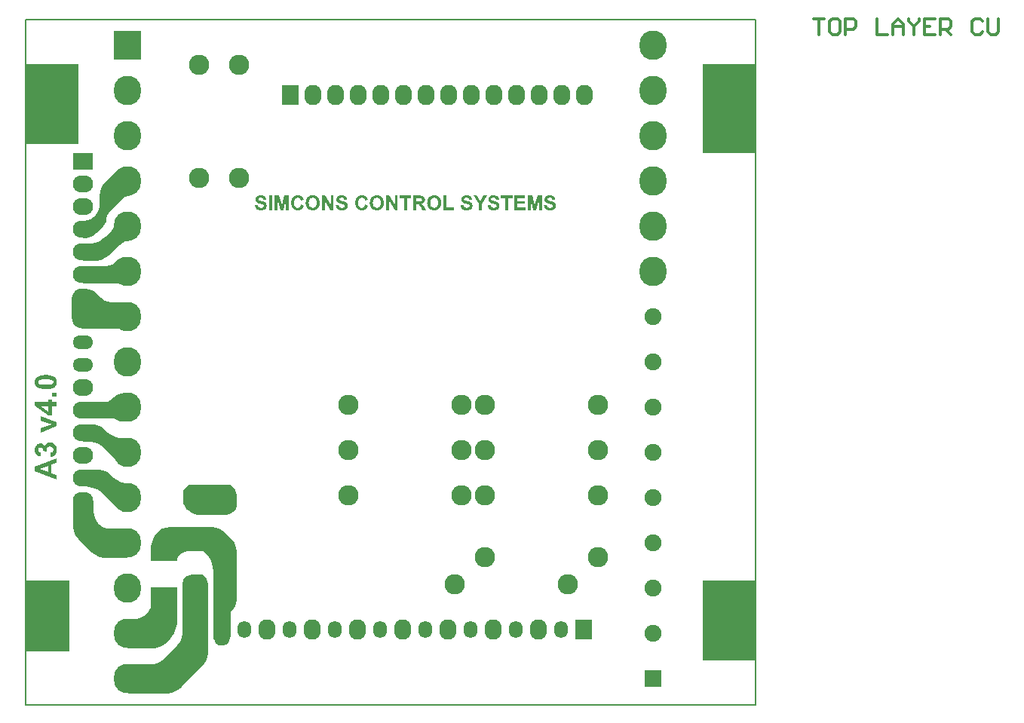
<source format=gtl>
G04 Layer_Physical_Order=1*
G04 Layer_Color=255*
%FSLAX25Y25*%
%MOIN*%
G70*
G01*
G75*
%ADD10C,0.04000*%
%ADD11C,0.00800*%
%ADD12C,0.01200*%
%ADD13R,0.23622X0.35433*%
%ADD14R,0.23622X0.39370*%
%ADD15R,0.19685X0.31496*%
%ADD16C,0.10000*%
%ADD17C,0.06000*%
%ADD18R,0.07500X0.09000*%
%ADD19O,0.07500X0.09000*%
%ADD20R,0.09000X0.07500*%
%ADD21O,0.09000X0.07500*%
%ADD22O,0.09000X0.06000*%
%ADD23O,0.12000X0.13000*%
%ADD24R,0.12000X0.13000*%
%ADD25R,0.07500X0.07500*%
%ADD26C,0.07500*%
%ADD27C,0.15748*%
%ADD28O,0.06000X0.07500*%
%ADD29C,0.09000*%
G36*
X186197Y219883D02*
X189408D01*
Y218800D01*
X184899D01*
Y225154D01*
X186197D01*
Y219883D01*
D02*
G37*
G36*
X215360Y224129D02*
X213476D01*
Y218800D01*
X212178D01*
Y224129D01*
X210295D01*
Y225212D01*
X215360D01*
Y224129D01*
D02*
G37*
G36*
X170601D02*
X168717D01*
Y218800D01*
X167419D01*
Y224129D01*
X165535D01*
Y225212D01*
X170601D01*
Y224129D01*
D02*
G37*
G36*
X174407Y225203D02*
X174612D01*
X174720Y225193D01*
X174963Y225173D01*
X175207Y225134D01*
X175442Y225095D01*
X175549Y225066D01*
X175637Y225037D01*
X175647D01*
X175656Y225027D01*
X175715Y225007D01*
X175803Y224959D01*
X175910Y224890D01*
X176027Y224802D01*
X176154Y224695D01*
X176271Y224568D01*
X176389Y224412D01*
X176398Y224393D01*
X176437Y224334D01*
X176476Y224246D01*
X176535Y224119D01*
X176584Y223973D01*
X176632Y223807D01*
X176662Y223612D01*
X176672Y223407D01*
Y223397D01*
Y223377D01*
Y223338D01*
X176662Y223290D01*
Y223221D01*
X176652Y223153D01*
X176623Y222987D01*
X176564Y222802D01*
X176486Y222597D01*
X176389Y222401D01*
X176320Y222304D01*
X176242Y222216D01*
Y222206D01*
X176223Y222197D01*
X176193Y222177D01*
X176164Y222138D01*
X176115Y222109D01*
X176066Y222060D01*
X175998Y222011D01*
X175930Y221962D01*
X175842Y221913D01*
X175754Y221865D01*
X175647Y221816D01*
X175530Y221767D01*
X175412Y221718D01*
X175276Y221679D01*
X175139Y221650D01*
X174983Y221621D01*
X174993D01*
X175003Y221611D01*
X175051Y221582D01*
X175129Y221533D01*
X175227Y221464D01*
X175334Y221386D01*
X175452Y221289D01*
X175569Y221191D01*
X175676Y221084D01*
X175686Y221074D01*
X175725Y221025D01*
X175783Y220957D01*
X175871Y220850D01*
X175979Y220703D01*
X176096Y220528D01*
X176174Y220420D01*
X176242Y220303D01*
X176320Y220186D01*
X176408Y220049D01*
X177189Y218800D01*
X175637D01*
X174720Y220186D01*
X174710Y220196D01*
X174700Y220215D01*
X174671Y220254D01*
X174641Y220303D01*
X174602Y220371D01*
X174554Y220430D01*
X174446Y220586D01*
X174339Y220752D01*
X174222Y220898D01*
X174114Y221035D01*
X174075Y221094D01*
X174036Y221133D01*
X174027Y221142D01*
X174007Y221162D01*
X173968Y221201D01*
X173919Y221240D01*
X173792Y221328D01*
X173724Y221367D01*
X173646Y221396D01*
X173636D01*
X173607Y221406D01*
X173558Y221425D01*
X173490Y221435D01*
X173402Y221455D01*
X173295Y221464D01*
X173158Y221474D01*
X172748D01*
Y218800D01*
X171450D01*
Y225212D01*
X174319D01*
X174407Y225203D01*
D02*
G37*
G36*
X220953Y224129D02*
X217507D01*
Y222704D01*
X220709D01*
Y221621D01*
X217507D01*
Y219883D01*
X221079D01*
Y218800D01*
X216209D01*
Y225212D01*
X220953D01*
Y224129D01*
D02*
G37*
G36*
X136275Y218800D02*
X134977D01*
X132381Y223007D01*
Y218800D01*
X131180D01*
Y225212D01*
X132429D01*
X135074Y220908D01*
Y225212D01*
X136275D01*
Y218800D01*
D02*
G37*
G36*
X164618D02*
X163320D01*
X160724Y223007D01*
Y218800D01*
X159523D01*
Y225212D01*
X160773D01*
X163417Y220908D01*
Y225212D01*
X164618D01*
Y218800D01*
D02*
G37*
G36*
X116472D02*
X115271D01*
X115262Y223846D01*
X113993Y218800D01*
X112753D01*
X111485Y223846D01*
Y218800D01*
X110284D01*
Y225212D01*
X112216D01*
X113378Y220830D01*
X114520Y225212D01*
X116472D01*
Y218800D01*
D02*
G37*
G36*
X228351D02*
X227150D01*
X227140Y223846D01*
X225872Y218800D01*
X224632D01*
X223363Y223846D01*
Y218800D01*
X222163D01*
Y225212D01*
X224095D01*
X225257Y220830D01*
X226399Y225212D01*
X228351D01*
Y218800D01*
D02*
G37*
G36*
X109074D02*
X107776D01*
Y225212D01*
X109074D01*
Y218800D01*
D02*
G37*
G36*
X13800Y124930D02*
Y123275D01*
X6831Y120465D01*
Y122397D01*
X10389Y123715D01*
X11589Y124095D01*
X11575D01*
X11516Y124125D01*
X11443Y124139D01*
X11340Y124168D01*
X11150Y124242D01*
X11062Y124271D01*
X10989Y124285D01*
X10975D01*
X10945Y124300D01*
X10887Y124315D01*
X10799Y124344D01*
X10609Y124403D01*
X10389Y124476D01*
X6831Y125808D01*
Y127697D01*
X13800Y124930D01*
D02*
G37*
G36*
X11868Y133831D02*
X13800D01*
Y132045D01*
X11868D01*
Y128107D01*
X10272D01*
X4152Y132279D01*
Y133831D01*
X10257D01*
Y135017D01*
X11868D01*
Y133831D01*
D02*
G37*
G36*
X13800Y107040D02*
X11619Y106220D01*
Y102340D01*
X13800Y101550D01*
Y99500D01*
X4182Y103233D01*
Y105283D01*
X13800Y109148D01*
Y107040D01*
D02*
G37*
G36*
X11135Y116072D02*
X11253Y116058D01*
X11370Y116043D01*
X11516Y116014D01*
X11677Y115970D01*
X12014Y115853D01*
X12190Y115780D01*
X12365Y115692D01*
X12556Y115589D01*
X12731Y115458D01*
X12907Y115311D01*
X13083Y115150D01*
X13097Y115136D01*
X13127Y115106D01*
X13171Y115062D01*
X13214Y114989D01*
X13288Y114901D01*
X13361Y114784D01*
X13449Y114667D01*
X13522Y114521D01*
X13610Y114360D01*
X13698Y114184D01*
X13771Y113994D01*
X13829Y113789D01*
X13888Y113569D01*
X13932Y113349D01*
X13961Y113101D01*
X13976Y112852D01*
Y112837D01*
Y112793D01*
Y112720D01*
X13961Y112632D01*
X13946Y112515D01*
X13932Y112383D01*
X13917Y112237D01*
X13888Y112090D01*
X13800Y111739D01*
X13654Y111373D01*
X13580Y111197D01*
X13478Y111007D01*
X13361Y110831D01*
X13229Y110670D01*
X13214Y110656D01*
X13200Y110641D01*
X13156Y110597D01*
X13097Y110539D01*
X13024Y110465D01*
X12922Y110392D01*
X12819Y110319D01*
X12702Y110231D01*
X12424Y110055D01*
X12087Y109894D01*
X11706Y109763D01*
X11487Y109719D01*
X11267Y109689D01*
X11048Y111476D01*
X11077D01*
X11165Y111490D01*
X11282Y111519D01*
X11443Y111563D01*
X11604Y111622D01*
X11780Y111695D01*
X11955Y111798D01*
X12102Y111929D01*
X12116Y111944D01*
X12160Y112003D01*
X12219Y112076D01*
X12277Y112193D01*
X12336Y112325D01*
X12395Y112471D01*
X12438Y112647D01*
X12453Y112837D01*
Y112866D01*
Y112940D01*
X12424Y113042D01*
X12395Y113174D01*
X12351Y113320D01*
X12277Y113481D01*
X12175Y113642D01*
X12029Y113803D01*
X12014Y113818D01*
X11941Y113862D01*
X11853Y113935D01*
X11721Y114008D01*
X11545Y114067D01*
X11340Y114140D01*
X11106Y114184D01*
X10843Y114199D01*
X10726D01*
X10594Y114184D01*
X10433Y114155D01*
X10257Y114111D01*
X10081Y114038D01*
X9891Y113950D01*
X9730Y113818D01*
X9715Y113803D01*
X9672Y113745D01*
X9598Y113672D01*
X9525Y113554D01*
X9452Y113423D01*
X9379Y113262D01*
X9335Y113086D01*
X9320Y112896D01*
Y112881D01*
Y112837D01*
Y112764D01*
X9335Y112661D01*
X9349Y112544D01*
X9379Y112398D01*
X9423Y112237D01*
X9467Y112061D01*
X7973Y112266D01*
Y112281D01*
Y112295D01*
Y112383D01*
X7959Y112530D01*
X7944Y112691D01*
X7915Y112866D01*
X7856Y113057D01*
X7768Y113247D01*
X7666Y113408D01*
X7651Y113423D01*
X7607Y113467D01*
X7519Y113540D01*
X7417Y113613D01*
X7285Y113686D01*
X7124Y113759D01*
X6949Y113803D01*
X6743Y113818D01*
X6656D01*
X6568Y113803D01*
X6465Y113789D01*
X6348Y113745D01*
X6216Y113701D01*
X6085Y113628D01*
X5968Y113525D01*
X5953Y113511D01*
X5924Y113467D01*
X5880Y113408D01*
X5821Y113320D01*
X5763Y113203D01*
X5719Y113071D01*
X5689Y112910D01*
X5675Y112735D01*
Y112720D01*
Y112661D01*
X5689Y112574D01*
X5719Y112456D01*
X5763Y112325D01*
X5821Y112193D01*
X5894Y112047D01*
X6011Y111915D01*
X6026Y111900D01*
X6070Y111856D01*
X6143Y111812D01*
X6246Y111739D01*
X6392Y111666D01*
X6553Y111607D01*
X6743Y111549D01*
X6963Y111519D01*
X6685Y109821D01*
X6670D01*
X6641Y109836D01*
X6597D01*
X6539Y109851D01*
X6378Y109894D01*
X6173Y109953D01*
X5953Y110026D01*
X5719Y110114D01*
X5485Y110231D01*
X5280Y110348D01*
X5250Y110363D01*
X5192Y110421D01*
X5104Y110495D01*
X4972Y110612D01*
X4840Y110758D01*
X4709Y110919D01*
X4577Y111124D01*
X4460Y111344D01*
Y111358D01*
X4445Y111373D01*
X4416Y111461D01*
X4357Y111593D01*
X4299Y111768D01*
X4255Y111988D01*
X4196Y112222D01*
X4167Y112500D01*
X4152Y112793D01*
Y112808D01*
Y112852D01*
Y112925D01*
X4167Y113013D01*
X4182Y113130D01*
X4196Y113262D01*
X4225Y113423D01*
X4255Y113584D01*
X4372Y113920D01*
X4430Y114111D01*
X4518Y114286D01*
X4621Y114462D01*
X4738Y114652D01*
X4870Y114813D01*
X5031Y114974D01*
X5045Y114989D01*
X5060Y115004D01*
X5104Y115033D01*
X5148Y115077D01*
X5294Y115194D01*
X5499Y115326D01*
X5733Y115443D01*
X5997Y115560D01*
X6304Y115633D01*
X6465Y115663D01*
X6685D01*
X6743Y115648D01*
X6831D01*
X6949Y115619D01*
X7066Y115589D01*
X7197Y115545D01*
X7344Y115487D01*
X7505Y115414D01*
X7666Y115326D01*
X7841Y115209D01*
X8003Y115077D01*
X8178Y114916D01*
X8339Y114726D01*
X8500Y114521D01*
X8647Y114272D01*
Y114286D01*
X8661Y114316D01*
Y114345D01*
X8676Y114403D01*
X8735Y114565D01*
X8808Y114740D01*
X8910Y114960D01*
X9057Y115179D01*
X9232Y115384D01*
X9437Y115589D01*
X9467Y115604D01*
X9540Y115663D01*
X9672Y115750D01*
X9847Y115838D01*
X10067Y115926D01*
X10330Y116014D01*
X10609Y116072D01*
X10931Y116087D01*
X11048D01*
X11135Y116072D01*
D02*
G37*
G36*
X13800Y136276D02*
X11955D01*
Y138120D01*
X13800D01*
Y136276D01*
D02*
G37*
G36*
X155531Y225310D02*
X155629D01*
X155746Y225290D01*
X155883Y225271D01*
X156039Y225242D01*
X156205Y225212D01*
X156390Y225164D01*
X156566Y225105D01*
X156761Y225027D01*
X156947Y224949D01*
X157132Y224841D01*
X157317Y224724D01*
X157493Y224588D01*
X157659Y224431D01*
X157669Y224422D01*
X157698Y224393D01*
X157737Y224344D01*
X157796Y224266D01*
X157854Y224178D01*
X157932Y224070D01*
X158001Y223943D01*
X158089Y223797D01*
X158167Y223631D01*
X158245Y223446D01*
X158313Y223251D01*
X158371Y223036D01*
X158430Y222802D01*
X158469Y222548D01*
X158498Y222275D01*
X158508Y221991D01*
Y221972D01*
Y221923D01*
X158498Y221845D01*
Y221738D01*
X158479Y221601D01*
X158459Y221455D01*
X158440Y221279D01*
X158401Y221103D01*
X158362Y220908D01*
X158303Y220713D01*
X158235Y220508D01*
X158147Y220303D01*
X158049Y220108D01*
X157942Y219913D01*
X157805Y219727D01*
X157659Y219551D01*
X157649Y219542D01*
X157620Y219513D01*
X157571Y219473D01*
X157503Y219415D01*
X157425Y219347D01*
X157317Y219278D01*
X157200Y219200D01*
X157064Y219122D01*
X156907Y219034D01*
X156742Y218956D01*
X156556Y218888D01*
X156351Y218819D01*
X156137Y218761D01*
X155912Y218722D01*
X155668Y218693D01*
X155404Y218683D01*
X155346D01*
X155268Y218693D01*
X155170D01*
X155053Y218712D01*
X154907Y218732D01*
X154751Y218751D01*
X154585Y218790D01*
X154409Y218839D01*
X154224Y218898D01*
X154038Y218966D01*
X153853Y219054D01*
X153657Y219151D01*
X153482Y219268D01*
X153306Y219395D01*
X153140Y219551D01*
X153130Y219561D01*
X153101Y219591D01*
X153062Y219639D01*
X153013Y219708D01*
X152945Y219795D01*
X152877Y219903D01*
X152799Y220030D01*
X152720Y220176D01*
X152642Y220342D01*
X152564Y220518D01*
X152496Y220713D01*
X152428Y220928D01*
X152379Y221162D01*
X152340Y221406D01*
X152311Y221669D01*
X152301Y221953D01*
Y221962D01*
Y222001D01*
Y222050D01*
Y222118D01*
X152311Y222206D01*
X152320Y222304D01*
Y222411D01*
X152340Y222528D01*
X152369Y222792D01*
X152418Y223065D01*
X152486Y223338D01*
X152584Y223602D01*
Y223612D01*
X152594Y223621D01*
X152623Y223680D01*
X152672Y223778D01*
X152740Y223895D01*
X152828Y224031D01*
X152925Y224178D01*
X153052Y224334D01*
X153179Y224480D01*
X153199Y224500D01*
X153247Y224549D01*
X153326Y224617D01*
X153423Y224695D01*
X153550Y224793D01*
X153687Y224890D01*
X153843Y224978D01*
X154009Y225056D01*
X154019D01*
X154038Y225066D01*
X154067Y225085D01*
X154116Y225095D01*
X154175Y225115D01*
X154243Y225144D01*
X154321Y225164D01*
X154409Y225193D01*
X154614Y225232D01*
X154848Y225281D01*
X155112Y225310D01*
X155395Y225320D01*
X155453D01*
X155531Y225310D01*
D02*
G37*
G36*
X180878D02*
X180976D01*
X181093Y225290D01*
X181229Y225271D01*
X181386Y225242D01*
X181552Y225212D01*
X181737Y225164D01*
X181913Y225105D01*
X182108Y225027D01*
X182293Y224949D01*
X182479Y224841D01*
X182664Y224724D01*
X182840Y224588D01*
X183006Y224431D01*
X183016Y224422D01*
X183045Y224393D01*
X183084Y224344D01*
X183142Y224266D01*
X183201Y224178D01*
X183279Y224070D01*
X183347Y223943D01*
X183435Y223797D01*
X183513Y223631D01*
X183591Y223446D01*
X183660Y223251D01*
X183718Y223036D01*
X183777Y222802D01*
X183816Y222548D01*
X183845Y222275D01*
X183855Y221991D01*
Y221972D01*
Y221923D01*
X183845Y221845D01*
Y221738D01*
X183826Y221601D01*
X183806Y221455D01*
X183787Y221279D01*
X183747Y221103D01*
X183709Y220908D01*
X183650Y220713D01*
X183582Y220508D01*
X183494Y220303D01*
X183396Y220108D01*
X183289Y219913D01*
X183152Y219727D01*
X183006Y219551D01*
X182996Y219542D01*
X182967Y219513D01*
X182918Y219473D01*
X182850Y219415D01*
X182772Y219347D01*
X182664Y219278D01*
X182547Y219200D01*
X182410Y219122D01*
X182254Y219034D01*
X182088Y218956D01*
X181903Y218888D01*
X181698Y218819D01*
X181483Y218761D01*
X181259Y218722D01*
X181015Y218693D01*
X180751Y218683D01*
X180693D01*
X180615Y218693D01*
X180517D01*
X180400Y218712D01*
X180253Y218732D01*
X180097Y218751D01*
X179931Y218790D01*
X179756Y218839D01*
X179570Y218898D01*
X179385Y218966D01*
X179199Y219054D01*
X179004Y219151D01*
X178829Y219268D01*
X178653Y219395D01*
X178487Y219551D01*
X178477Y219561D01*
X178448Y219591D01*
X178409Y219639D01*
X178360Y219708D01*
X178292Y219795D01*
X178223Y219903D01*
X178145Y220030D01*
X178067Y220176D01*
X177989Y220342D01*
X177911Y220518D01*
X177843Y220713D01*
X177774Y220928D01*
X177726Y221162D01*
X177687Y221406D01*
X177657Y221669D01*
X177647Y221953D01*
Y221962D01*
Y222001D01*
Y222050D01*
Y222118D01*
X177657Y222206D01*
X177667Y222304D01*
Y222411D01*
X177687Y222528D01*
X177716Y222792D01*
X177765Y223065D01*
X177833Y223338D01*
X177931Y223602D01*
Y223612D01*
X177940Y223621D01*
X177970Y223680D01*
X178018Y223778D01*
X178087Y223895D01*
X178175Y224031D01*
X178272Y224178D01*
X178399Y224334D01*
X178526Y224480D01*
X178545Y224500D01*
X178594Y224549D01*
X178672Y224617D01*
X178770Y224695D01*
X178897Y224793D01*
X179033Y224890D01*
X179190Y224978D01*
X179356Y225056D01*
X179365D01*
X179385Y225066D01*
X179414Y225085D01*
X179463Y225095D01*
X179521Y225115D01*
X179590Y225144D01*
X179668Y225164D01*
X179756Y225193D01*
X179961Y225232D01*
X180195Y225281D01*
X180458Y225310D01*
X180741Y225320D01*
X180800D01*
X180878Y225310D01*
D02*
G37*
G36*
X9510Y145850D02*
X9745Y145836D01*
X9994Y145821D01*
X10286Y145792D01*
X10594Y145748D01*
X11238Y145631D01*
X11560Y145557D01*
X11882Y145470D01*
X12190Y145352D01*
X12482Y145221D01*
X12761Y145074D01*
X12995Y144913D01*
X13009Y144899D01*
X13039Y144884D01*
X13083Y144840D01*
X13141Y144767D01*
X13229Y144694D01*
X13302Y144591D01*
X13390Y144489D01*
X13478Y144357D01*
X13580Y144211D01*
X13668Y144050D01*
X13741Y143859D01*
X13815Y143669D01*
X13888Y143464D01*
X13932Y143244D01*
X13961Y142995D01*
X13976Y142747D01*
Y142732D01*
Y142688D01*
X13961Y142615D01*
Y142512D01*
X13946Y142395D01*
X13917Y142263D01*
X13888Y142102D01*
X13844Y141941D01*
X13785Y141766D01*
X13712Y141575D01*
X13624Y141385D01*
X13522Y141195D01*
X13405Y141004D01*
X13258Y140829D01*
X13097Y140638D01*
X12907Y140477D01*
X12892Y140463D01*
X12848Y140448D01*
X12790Y140404D01*
X12687Y140346D01*
X12570Y140287D01*
X12424Y140214D01*
X12234Y140126D01*
X12014Y140053D01*
X11765Y139980D01*
X11487Y139892D01*
X11179Y139819D01*
X10828Y139760D01*
X10433Y139701D01*
X10023Y139672D01*
X9554Y139643D01*
X9057Y139628D01*
X8793D01*
X8617Y139643D01*
X8383Y139657D01*
X8134Y139672D01*
X7856Y139701D01*
X7549Y139745D01*
X6905Y139863D01*
X6583Y139936D01*
X6260Y140024D01*
X5953Y140126D01*
X5660Y140258D01*
X5382Y140404D01*
X5148Y140565D01*
X5133Y140580D01*
X5104Y140594D01*
X5060Y140653D01*
X4987Y140712D01*
X4913Y140785D01*
X4826Y140887D01*
X4738Y141004D01*
X4650Y141136D01*
X4562Y141283D01*
X4460Y141444D01*
X4386Y141619D01*
X4313Y141810D01*
X4240Y142029D01*
X4196Y142249D01*
X4167Y142498D01*
X4152Y142747D01*
Y142761D01*
Y142805D01*
Y142878D01*
X4167Y142981D01*
X4182Y143098D01*
X4211Y143230D01*
X4240Y143376D01*
X4284Y143537D01*
X4328Y143713D01*
X4401Y143888D01*
X4474Y144079D01*
X4577Y144255D01*
X4694Y144430D01*
X4826Y144606D01*
X4987Y144767D01*
X5162Y144928D01*
X5177Y144943D01*
X5221Y144972D01*
X5294Y145016D01*
X5382Y145074D01*
X5514Y145148D01*
X5675Y145221D01*
X5865Y145309D01*
X6085Y145396D01*
X6348Y145484D01*
X6626Y145572D01*
X6949Y145645D01*
X7300Y145719D01*
X7695Y145777D01*
X8120Y145821D01*
X8574Y145850D01*
X9071Y145865D01*
X9335D01*
X9510Y145850D01*
D02*
G37*
G36*
X127188Y225310D02*
X127286D01*
X127403Y225290D01*
X127540Y225271D01*
X127696Y225242D01*
X127862Y225212D01*
X128047Y225164D01*
X128223Y225105D01*
X128418Y225027D01*
X128603Y224949D01*
X128789Y224841D01*
X128974Y224724D01*
X129150Y224588D01*
X129316Y224431D01*
X129326Y224422D01*
X129355Y224393D01*
X129394Y224344D01*
X129453Y224266D01*
X129511Y224178D01*
X129589Y224070D01*
X129658Y223943D01*
X129745Y223797D01*
X129824Y223631D01*
X129902Y223446D01*
X129970Y223251D01*
X130028Y223036D01*
X130087Y222802D01*
X130126Y222548D01*
X130155Y222275D01*
X130165Y221991D01*
Y221972D01*
Y221923D01*
X130155Y221845D01*
Y221738D01*
X130136Y221601D01*
X130116Y221455D01*
X130097Y221279D01*
X130058Y221103D01*
X130019Y220908D01*
X129960Y220713D01*
X129892Y220508D01*
X129804Y220303D01*
X129706Y220108D01*
X129599Y219913D01*
X129462Y219727D01*
X129316Y219551D01*
X129306Y219542D01*
X129277Y219513D01*
X129228Y219473D01*
X129160Y219415D01*
X129082Y219347D01*
X128974Y219278D01*
X128857Y219200D01*
X128721Y219122D01*
X128565Y219034D01*
X128399Y218956D01*
X128213Y218888D01*
X128008Y218819D01*
X127793Y218761D01*
X127569Y218722D01*
X127325Y218693D01*
X127061Y218683D01*
X127003D01*
X126925Y218693D01*
X126827D01*
X126710Y218712D01*
X126564Y218732D01*
X126408Y218751D01*
X126242Y218790D01*
X126066Y218839D01*
X125881Y218898D01*
X125695Y218966D01*
X125510Y219054D01*
X125314Y219151D01*
X125139Y219268D01*
X124963Y219395D01*
X124797Y219551D01*
X124787Y219561D01*
X124758Y219591D01*
X124719Y219639D01*
X124670Y219708D01*
X124602Y219795D01*
X124534Y219903D01*
X124455Y220030D01*
X124377Y220176D01*
X124299Y220342D01*
X124221Y220518D01*
X124153Y220713D01*
X124085Y220928D01*
X124036Y221162D01*
X123997Y221406D01*
X123968Y221669D01*
X123958Y221953D01*
Y221962D01*
Y222001D01*
Y222050D01*
Y222118D01*
X123968Y222206D01*
X123977Y222304D01*
Y222411D01*
X123997Y222528D01*
X124026Y222792D01*
X124075Y223065D01*
X124143Y223338D01*
X124241Y223602D01*
Y223612D01*
X124251Y223621D01*
X124280Y223680D01*
X124329Y223778D01*
X124397Y223895D01*
X124485Y224031D01*
X124582Y224178D01*
X124709Y224334D01*
X124836Y224480D01*
X124856Y224500D01*
X124905Y224549D01*
X124983Y224617D01*
X125080Y224695D01*
X125207Y224793D01*
X125344Y224890D01*
X125500Y224978D01*
X125666Y225056D01*
X125675D01*
X125695Y225066D01*
X125724Y225085D01*
X125773Y225095D01*
X125832Y225115D01*
X125900Y225144D01*
X125978Y225164D01*
X126066Y225193D01*
X126271Y225232D01*
X126505Y225281D01*
X126769Y225310D01*
X127052Y225320D01*
X127110D01*
X127188Y225310D01*
D02*
G37*
G36*
X201774Y221484D02*
Y218800D01*
X200476D01*
Y221494D01*
X198134Y225212D01*
X199637D01*
X201150Y222665D01*
X202633Y225212D01*
X204117D01*
X201774Y221484D01*
D02*
G37*
G36*
X90555Y97182D02*
X91114Y96950D01*
X91618Y96614D01*
X91831Y96400D01*
X92236Y95996D01*
X92871Y95045D01*
X93308Y93989D01*
X93532Y92867D01*
Y92296D01*
Y89080D01*
Y88609D01*
X93348Y87686D01*
X92988Y86816D01*
X92464Y86033D01*
X92132Y85700D01*
X91751Y85320D01*
X90856Y84722D01*
X89862Y84310D01*
X88807Y84100D01*
X76269D01*
X74778Y84397D01*
X73372Y84979D01*
X72108Y85824D01*
X71570Y86361D01*
X71133Y86799D01*
X70446Y87827D01*
X69973Y88969D01*
X69731Y90182D01*
Y90800D01*
Y92920D01*
Y93391D01*
X69915Y94314D01*
X70275Y95184D01*
X70799Y95967D01*
X71131Y96300D01*
X71369Y96538D01*
X71929Y96911D01*
X72550Y97169D01*
X73209Y97300D01*
X89961D01*
X90555Y97182D01*
D02*
G37*
G36*
X34370Y103546D02*
X36048Y102851D01*
X37558Y101842D01*
X38200Y101200D01*
X38200Y101200D01*
X38501Y100899D01*
X39221Y100247D01*
X40834Y99169D01*
X42627Y98426D01*
X44530Y98048D01*
X45500Y98000D01*
Y86166D01*
Y86031D01*
X45447Y85767D01*
X45345Y85519D01*
X45195Y85295D01*
X45100Y85200D01*
X44482D01*
X43269Y85441D01*
X42127Y85914D01*
X41099Y86601D01*
X40661Y87038D01*
X40661Y87038D01*
X34129Y93571D01*
X33402Y94230D01*
X31772Y95319D01*
X29961Y96069D01*
X28038Y96452D01*
X27058Y96500D01*
X25300D01*
X25500Y103900D01*
X32590D01*
X34370Y103546D01*
D02*
G37*
G36*
X30000Y90200D02*
Y86642D01*
X30048Y85662D01*
X30431Y83739D01*
X31181Y81928D01*
X32270Y80298D01*
X32929Y79571D01*
X33000Y79500D01*
X33372Y79163D01*
X34207Y78605D01*
X35135Y78220D01*
X36119Y78025D01*
X36621Y78000D01*
X45300D01*
Y65100D01*
X34757D01*
X32825Y65484D01*
X31005Y66238D01*
X29368Y67333D01*
X28671Y68029D01*
X24029Y72671D01*
X23333Y73368D01*
X22238Y75005D01*
X21484Y76825D01*
X21100Y78757D01*
Y79742D01*
Y90300D01*
X30000Y90200D01*
D02*
G37*
G36*
X67032Y36542D02*
Y35557D01*
X66647Y33625D01*
X65893Y31805D01*
X64799Y30167D01*
X64103Y29471D01*
X62331Y27700D01*
X62331D01*
X61713Y27082D01*
X60259Y26110D01*
X58644Y25441D01*
X56929Y25100D01*
X45131D01*
X45031Y38000D01*
X48079D01*
X48849Y38038D01*
X50358Y38338D01*
X51780Y38927D01*
X53061Y39783D01*
X53632Y40300D01*
X54081Y40797D01*
X54825Y41910D01*
X55338Y43146D01*
X55599Y44459D01*
X55632Y45128D01*
Y51900D01*
X67032D01*
Y36542D01*
D02*
G37*
G36*
X84560Y78433D02*
X86300Y77712D01*
X87866Y76666D01*
X88532Y76000D01*
X90603Y73929D01*
X90603Y73929D01*
X91299Y73233D01*
X92393Y71595D01*
X93147Y69775D01*
X93532Y67843D01*
Y66858D01*
Y46928D01*
Y46256D01*
X93269Y44937D01*
X92754Y43694D01*
X92007Y42575D01*
X91531Y42100D01*
X91374Y41926D01*
X91114Y41537D01*
X90934Y41104D01*
X90843Y40644D01*
X90832Y40410D01*
Y30821D01*
Y30317D01*
X90635Y29327D01*
X90249Y28396D01*
X89688Y27557D01*
X89332Y27200D01*
X89141Y27010D01*
X88694Y26711D01*
X88197Y26505D01*
X87669Y26400D01*
X85878D01*
X85483Y26479D01*
X85110Y26633D01*
X84774Y26857D01*
X84632Y27000D01*
X84632Y27000D01*
X84251Y27380D01*
X83653Y28275D01*
X83241Y29269D01*
X83031Y30325D01*
Y30863D01*
Y59799D01*
X82984Y60769D01*
X82605Y62673D01*
X81862Y64466D01*
X80784Y66080D01*
X80132Y66800D01*
X79834Y67070D01*
X79166Y67516D01*
X78424Y67824D01*
X77636Y67980D01*
X77234Y68000D01*
X71911D01*
X71443Y67977D01*
X70524Y67794D01*
X69658Y67436D01*
X68879Y66915D01*
X68532Y66600D01*
X68022Y66090D01*
X68021D01*
X67799Y65844D01*
X67431Y65293D01*
X67177Y64681D01*
X67048Y64031D01*
X67032Y63700D01*
X55632D01*
Y69158D01*
Y70143D01*
X56016Y72075D01*
X56770Y73895D01*
X57864Y75533D01*
X58560Y76229D01*
X58631Y76300D01*
X58631D01*
X59226Y76894D01*
X60624Y77829D01*
X62177Y78472D01*
X63826Y78800D01*
X82713D01*
X84560Y78433D01*
D02*
G37*
G36*
X31980Y123611D02*
X33347Y123045D01*
X34577Y122223D01*
X35100Y121700D01*
X35871Y120929D01*
X36598Y120270D01*
X38228Y119181D01*
X40039Y118431D01*
X41962Y118048D01*
X42942Y118000D01*
X45700D01*
Y106166D01*
Y106031D01*
X45647Y105767D01*
X45545Y105519D01*
X45395Y105295D01*
X45300Y105200D01*
X44777D01*
X43751Y105404D01*
X42784Y105805D01*
X41914Y106386D01*
X41544Y106756D01*
X34700Y113600D01*
X34700Y113600D01*
X34005Y114230D01*
X32447Y115271D01*
X30715Y115988D01*
X28877Y116354D01*
X27940Y116400D01*
X25400D01*
X25600Y123900D01*
X30529D01*
X31980Y123611D01*
D02*
G37*
G36*
X44962Y217638D02*
X45373Y217023D01*
X45656Y216340D01*
X45800Y215614D01*
Y215244D01*
Y205100D01*
X45232Y205072D01*
X44118Y204851D01*
X43069Y204416D01*
X42124Y203785D01*
X41703Y203403D01*
X37629Y199329D01*
X37629D01*
X36933Y198633D01*
X35295Y197538D01*
X33475Y196784D01*
X31543Y196400D01*
X25600D01*
X25400Y203900D01*
X28258D01*
X29238Y203948D01*
X31161Y204331D01*
X32972Y205081D01*
X34602Y206170D01*
X35329Y206829D01*
X38027Y209527D01*
X38027D01*
X38314Y209843D01*
X38787Y210552D01*
X39113Y211338D01*
X39279Y212174D01*
X39300Y212600D01*
X39324Y212601D01*
X39370Y212610D01*
X39414Y212629D01*
X39453Y212655D01*
X39471Y212671D01*
X44700Y217900D01*
X44962Y217638D01*
D02*
G37*
G36*
X44900Y238000D02*
X45209Y237691D01*
X45695Y236964D01*
X46029Y236156D01*
X46200Y235299D01*
Y234861D01*
Y225100D01*
X45798Y225080D01*
X45009Y224923D01*
X44265Y224615D01*
X43596Y224168D01*
X43298Y223898D01*
X36748Y217349D01*
X36748D01*
X36558Y217138D01*
X36242Y216666D01*
X36025Y216141D01*
X35914Y215584D01*
X35900Y215300D01*
Y214729D01*
X35677Y213610D01*
X35241Y212556D01*
X34607Y211607D01*
X34203Y211203D01*
X32158Y209158D01*
X32158Y209158D01*
X31502Y208502D01*
X29960Y207472D01*
X28246Y206762D01*
X26427Y206400D01*
X25500D01*
X25200Y213900D01*
X25289D01*
X26025Y213936D01*
X27469Y214223D01*
X28830Y214787D01*
X30054Y215605D01*
X30600Y216100D01*
X31073Y216621D01*
X31853Y217790D01*
X32391Y219089D01*
X32666Y220467D01*
X32700Y221170D01*
Y224158D01*
Y225143D01*
X33084Y227075D01*
X33838Y228895D01*
X34933Y230533D01*
X35629Y231229D01*
X40632Y236232D01*
X41053Y236653D01*
X42041Y237313D01*
X43139Y237768D01*
X44306Y238000D01*
X44900Y238000D01*
D02*
G37*
G36*
X47146Y196353D02*
X47146D01*
X47230Y196270D01*
X47363Y196072D01*
X47454Y195852D01*
X47500Y195619D01*
Y195500D01*
Y194842D01*
Y193857D01*
X47116Y191925D01*
X46362Y190105D01*
X45268Y188468D01*
X44571Y187771D01*
X42500Y185700D01*
X42500Y185700D01*
X42326Y185857D01*
X41937Y186118D01*
X41504Y186297D01*
X41044Y186389D01*
X40810Y186400D01*
X25500D01*
X25400Y193900D01*
X35030D01*
X35733Y193935D01*
X37111Y194209D01*
X38410Y194747D01*
X39579Y195528D01*
X40100Y196000D01*
X40599Y196499D01*
X41774Y197284D01*
X43079Y197825D01*
X44464Y198100D01*
X45400D01*
X47146Y196353D01*
D02*
G37*
G36*
X45300Y125924D02*
X45305Y125824D01*
X45344Y125627D01*
X45421Y125441D01*
X45533Y125275D01*
X45600Y125200D01*
X42573Y125200D01*
X42270D01*
X41677Y125318D01*
X41117Y125550D01*
X40614Y125886D01*
X40400Y126100D01*
X40301Y126190D01*
X40078Y126339D01*
X39831Y126441D01*
X39568Y126493D01*
X39434Y126500D01*
X25600D01*
X25200Y133900D01*
X34737D01*
X35273Y133926D01*
X36323Y134135D01*
X37312Y134545D01*
X38203Y135140D01*
X38600Y135500D01*
X39194Y136094D01*
X40592Y137029D01*
X42146Y137672D01*
X43795Y138000D01*
X45300D01*
Y125924D01*
D02*
G37*
G36*
X28446Y183538D02*
X30160Y182828D01*
X31702Y181798D01*
X32358Y181142D01*
X33500Y180000D01*
X33996Y179550D01*
X35109Y178806D01*
X36346Y178294D01*
X37659Y178033D01*
X38328Y178000D01*
X45900D01*
Y173542D01*
Y172557D01*
X45516Y170625D01*
X44762Y168805D01*
X43668Y167167D01*
X42971Y166471D01*
X42300Y165800D01*
X42300Y165800D01*
X42151Y165935D01*
X41817Y166158D01*
X41446Y166312D01*
X41052Y166390D01*
X40852Y166400D01*
X25600D01*
X22500Y167200D01*
X22024Y167675D01*
X21277Y168794D01*
X20762Y170037D01*
X20500Y171356D01*
Y172028D01*
Y179179D01*
Y179683D01*
X20697Y180673D01*
X21083Y181605D01*
X21643Y182443D01*
X22000Y182800D01*
X22262Y183062D01*
X22877Y183473D01*
X23560Y183756D01*
X24286Y183900D01*
X26627D01*
X28446Y183538D01*
D02*
G37*
G36*
X78381Y57521D02*
X78753Y57367D01*
X79089Y57143D01*
X79232Y57000D01*
X79612Y56620D01*
X80210Y55725D01*
X80622Y54731D01*
X80831Y53675D01*
Y53137D01*
Y23477D01*
Y22603D01*
X80490Y20888D01*
X79821Y19272D01*
X78850Y17818D01*
X78232Y17200D01*
X69060Y8029D01*
X69060D01*
X68364Y7333D01*
X66726Y6238D01*
X64906Y5484D01*
X62974Y5100D01*
X45331D01*
X45232Y18000D01*
X56062D01*
X56764Y18034D01*
X58143Y18309D01*
X59442Y18847D01*
X60610Y19627D01*
X61132Y20100D01*
X66603Y25571D01*
X66603D01*
X67262Y26298D01*
X68351Y27928D01*
X69101Y29739D01*
X69483Y31662D01*
X69532Y32642D01*
Y53786D01*
Y54122D01*
X69663Y54782D01*
X69920Y55403D01*
X70294Y55962D01*
X70531Y56200D01*
X70864Y56533D01*
X71647Y57056D01*
X72517Y57416D01*
X73441Y57600D01*
X77985D01*
X78381Y57521D01*
D02*
G37*
G36*
X140062Y225310D02*
X140169Y225300D01*
X140286Y225290D01*
X140413Y225271D01*
X140550Y225251D01*
X140843Y225193D01*
X141145Y225095D01*
X141291Y225037D01*
X141428Y224959D01*
X141565Y224881D01*
X141682Y224783D01*
X141692Y224773D01*
X141711Y224754D01*
X141741Y224724D01*
X141779Y224685D01*
X141828Y224637D01*
X141877Y224568D01*
X141936Y224490D01*
X141994Y224402D01*
X142053Y224305D01*
X142102Y224197D01*
X142209Y223963D01*
X142248Y223826D01*
X142287Y223680D01*
X142316Y223524D01*
X142326Y223368D01*
X141028Y223319D01*
Y223329D01*
Y223338D01*
X141008Y223397D01*
X140989Y223485D01*
X140950Y223592D01*
X140901Y223709D01*
X140843Y223826D01*
X140764Y223934D01*
X140667Y224022D01*
X140657Y224031D01*
X140618Y224061D01*
X140559Y224090D01*
X140472Y224139D01*
X140355Y224178D01*
X140218Y224207D01*
X140052Y224236D01*
X139857Y224246D01*
X139769D01*
X139662Y224236D01*
X139535Y224217D01*
X139398Y224187D01*
X139252Y224149D01*
X139105Y224090D01*
X138978Y224012D01*
X138969Y224002D01*
X138949Y223983D01*
X138920Y223953D01*
X138881Y223904D01*
X138842Y223846D01*
X138812Y223778D01*
X138793Y223699D01*
X138783Y223612D01*
Y223602D01*
Y223573D01*
X138793Y223534D01*
X138803Y223475D01*
X138832Y223416D01*
X138861Y223348D01*
X138910Y223290D01*
X138969Y223221D01*
X138978Y223212D01*
X139017Y223182D01*
X139095Y223143D01*
X139144Y223124D01*
X139213Y223094D01*
X139281Y223055D01*
X139369Y223026D01*
X139457Y222987D01*
X139574Y222958D01*
X139691Y222919D01*
X139828Y222880D01*
X139984Y222831D01*
X140150Y222792D01*
X140159D01*
X140189Y222782D01*
X140237Y222772D01*
X140306Y222753D01*
X140384Y222733D01*
X140472Y222704D01*
X140677Y222655D01*
X140911Y222577D01*
X141135Y222509D01*
X141360Y222421D01*
X141457Y222382D01*
X141545Y222333D01*
X141555D01*
X141565Y222323D01*
X141623Y222294D01*
X141701Y222235D01*
X141799Y222167D01*
X141916Y222070D01*
X142033Y221962D01*
X142141Y221826D01*
X142248Y221679D01*
X142258Y221660D01*
X142287Y221611D01*
X142336Y221513D01*
X142385Y221396D01*
X142424Y221250D01*
X142473Y221074D01*
X142502Y220879D01*
X142511Y220664D01*
Y220654D01*
Y220635D01*
Y220606D01*
Y220567D01*
X142492Y220459D01*
X142473Y220323D01*
X142433Y220166D01*
X142385Y219991D01*
X142307Y219805D01*
X142199Y219620D01*
Y219610D01*
X142189Y219600D01*
X142141Y219542D01*
X142072Y219454D01*
X141975Y219356D01*
X141858Y219239D01*
X141701Y219122D01*
X141535Y219005D01*
X141331Y218907D01*
X141321D01*
X141301Y218898D01*
X141272Y218888D01*
X141233Y218868D01*
X141174Y218859D01*
X141116Y218839D01*
X141038Y218819D01*
X140950Y218800D01*
X140745Y218751D01*
X140511Y218722D01*
X140247Y218693D01*
X139945Y218683D01*
X139828D01*
X139740Y218693D01*
X139642Y218702D01*
X139525Y218712D01*
X139398Y218732D01*
X139252Y218751D01*
X138949Y218819D01*
X138793Y218868D01*
X138637Y218917D01*
X138490Y218985D01*
X138344Y219054D01*
X138198Y219142D01*
X138071Y219239D01*
X138061Y219249D01*
X138041Y219268D01*
X138012Y219298D01*
X137963Y219347D01*
X137915Y219405D01*
X137856Y219473D01*
X137797Y219561D01*
X137729Y219649D01*
X137661Y219766D01*
X137592Y219883D01*
X137534Y220020D01*
X137466Y220166D01*
X137417Y220323D01*
X137368Y220498D01*
X137329Y220684D01*
X137300Y220879D01*
X138559Y221006D01*
Y220996D01*
X138568Y220976D01*
Y220947D01*
X138578Y220898D01*
X138608Y220791D01*
X138656Y220645D01*
X138715Y220498D01*
X138793Y220342D01*
X138891Y220196D01*
X139008Y220069D01*
X139027Y220059D01*
X139076Y220020D01*
X139154Y219981D01*
X139261Y219922D01*
X139398Y219874D01*
X139554Y219825D01*
X139740Y219786D01*
X139954Y219776D01*
X140062D01*
X140169Y219786D01*
X140306Y219805D01*
X140462Y219844D01*
X140618Y219883D01*
X140764Y219952D01*
X140891Y220040D01*
X140901Y220049D01*
X140940Y220088D01*
X140989Y220137D01*
X141057Y220215D01*
X141116Y220303D01*
X141165Y220410D01*
X141204Y220528D01*
X141213Y220654D01*
Y220664D01*
Y220693D01*
X141204Y220732D01*
X141194Y220791D01*
X141155Y220908D01*
X141126Y220976D01*
X141077Y221035D01*
X141067Y221045D01*
X141048Y221064D01*
X141018Y221094D01*
X140969Y221133D01*
X140901Y221181D01*
X140823Y221220D01*
X140725Y221269D01*
X140608Y221318D01*
X140599D01*
X140559Y221338D01*
X140491Y221357D01*
X140394Y221386D01*
X140335Y221406D01*
X140257Y221425D01*
X140179Y221445D01*
X140081Y221474D01*
X139974Y221503D01*
X139857Y221533D01*
X139730Y221562D01*
X139584Y221601D01*
X139574D01*
X139535Y221611D01*
X139486Y221630D01*
X139418Y221650D01*
X139330Y221669D01*
X139232Y221699D01*
X139017Y221777D01*
X138773Y221865D01*
X138529Y221972D01*
X138315Y222099D01*
X138217Y222167D01*
X138129Y222235D01*
X138119Y222245D01*
X138100Y222265D01*
X138071Y222294D01*
X138041Y222333D01*
X137993Y222382D01*
X137944Y222441D01*
X137895Y222519D01*
X137837Y222597D01*
X137729Y222782D01*
X137631Y223007D01*
X137602Y223124D01*
X137573Y223251D01*
X137553Y223387D01*
X137544Y223524D01*
Y223534D01*
Y223543D01*
Y223573D01*
Y223612D01*
X137563Y223699D01*
X137583Y223826D01*
X137612Y223963D01*
X137661Y224119D01*
X137729Y224275D01*
X137817Y224441D01*
Y224451D01*
X137827Y224461D01*
X137866Y224510D01*
X137934Y224588D01*
X138022Y224685D01*
X138129Y224793D01*
X138266Y224900D01*
X138422Y225007D01*
X138608Y225095D01*
X138617D01*
X138627Y225105D01*
X138666Y225115D01*
X138705Y225134D01*
X138754Y225144D01*
X138812Y225164D01*
X138959Y225212D01*
X139144Y225251D01*
X139359Y225281D01*
X139603Y225310D01*
X139867Y225320D01*
X139984D01*
X140062Y225310D01*
D02*
G37*
G36*
X120717D02*
X120815Y225300D01*
X120932Y225281D01*
X121059Y225261D01*
X121196Y225232D01*
X121352Y225193D01*
X121498Y225144D01*
X121664Y225095D01*
X121820Y225027D01*
X121976Y224939D01*
X122133Y224851D01*
X122279Y224744D01*
X122425Y224617D01*
X122435D01*
X122445Y224597D01*
X122494Y224539D01*
X122572Y224451D01*
X122669Y224314D01*
X122777Y224149D01*
X122894Y223953D01*
X123001Y223719D01*
X123089Y223446D01*
X121811Y223143D01*
Y223153D01*
X121801Y223163D01*
X121791Y223221D01*
X121752Y223309D01*
X121703Y223426D01*
X121645Y223553D01*
X121557Y223680D01*
X121459Y223807D01*
X121332Y223924D01*
X121313Y223934D01*
X121264Y223973D01*
X121196Y224022D01*
X121088Y224070D01*
X120961Y224129D01*
X120805Y224168D01*
X120639Y224207D01*
X120454Y224217D01*
X120386D01*
X120337Y224207D01*
X120278Y224197D01*
X120210Y224187D01*
X120044Y224149D01*
X119859Y224090D01*
X119663Y224002D01*
X119576Y223943D01*
X119478Y223875D01*
X119390Y223787D01*
X119302Y223699D01*
Y223690D01*
X119283Y223680D01*
X119263Y223641D01*
X119234Y223602D01*
X119205Y223543D01*
X119166Y223475D01*
X119127Y223397D01*
X119088Y223299D01*
X119039Y223192D01*
X119000Y223075D01*
X118961Y222938D01*
X118931Y222782D01*
X118902Y222626D01*
X118883Y222441D01*
X118873Y222245D01*
X118863Y222040D01*
Y222031D01*
Y221991D01*
Y221923D01*
X118873Y221845D01*
Y221738D01*
X118883Y221630D01*
X118902Y221503D01*
X118922Y221367D01*
X118970Y221084D01*
X119049Y220791D01*
X119097Y220654D01*
X119156Y220528D01*
X119214Y220410D01*
X119292Y220303D01*
X119302Y220293D01*
X119312Y220284D01*
X119371Y220225D01*
X119468Y220147D01*
X119595Y220049D01*
X119761Y219952D01*
X119956Y219874D01*
X120181Y219815D01*
X120298Y219805D01*
X120425Y219795D01*
X120473D01*
X120512Y219805D01*
X120610Y219815D01*
X120727Y219835D01*
X120874Y219874D01*
X121020Y219932D01*
X121166Y220010D01*
X121313Y220118D01*
X121332Y220137D01*
X121371Y220176D01*
X121440Y220264D01*
X121518Y220371D01*
X121606Y220518D01*
X121693Y220703D01*
X121781Y220908D01*
X121850Y221162D01*
X123109Y220772D01*
Y220762D01*
X123099Y220723D01*
X123079Y220674D01*
X123050Y220596D01*
X123021Y220508D01*
X122982Y220410D01*
X122933Y220293D01*
X122874Y220176D01*
X122748Y219922D01*
X122582Y219659D01*
X122377Y219415D01*
X122269Y219298D01*
X122142Y219200D01*
X122133Y219190D01*
X122113Y219181D01*
X122074Y219151D01*
X122025Y219122D01*
X121957Y219083D01*
X121879Y219044D01*
X121781Y218995D01*
X121674Y218946D01*
X121557Y218898D01*
X121430Y218849D01*
X121293Y218810D01*
X121147Y218771D01*
X120981Y218741D01*
X120815Y218712D01*
X120630Y218702D01*
X120444Y218693D01*
X120386D01*
X120317Y218702D01*
X120229D01*
X120122Y218722D01*
X119995Y218741D01*
X119859Y218761D01*
X119702Y218800D01*
X119536Y218849D01*
X119371Y218907D01*
X119195Y218976D01*
X119019Y219063D01*
X118843Y219161D01*
X118668Y219278D01*
X118502Y219405D01*
X118346Y219561D01*
X118336Y219571D01*
X118307Y219600D01*
X118268Y219649D01*
X118219Y219717D01*
X118160Y219805D01*
X118082Y219913D01*
X118014Y220040D01*
X117936Y220186D01*
X117858Y220342D01*
X117789Y220528D01*
X117721Y220723D01*
X117653Y220937D01*
X117604Y221162D01*
X117565Y221406D01*
X117536Y221669D01*
X117526Y221943D01*
Y221962D01*
Y222011D01*
X117536Y222099D01*
Y222206D01*
X117555Y222343D01*
X117565Y222499D01*
X117594Y222665D01*
X117633Y222850D01*
X117672Y223055D01*
X117731Y223251D01*
X117789Y223465D01*
X117868Y223670D01*
X117965Y223875D01*
X118072Y224070D01*
X118199Y224256D01*
X118346Y224431D01*
X118356Y224441D01*
X118385Y224471D01*
X118434Y224510D01*
X118492Y224568D01*
X118580Y224637D01*
X118678Y224715D01*
X118795Y224793D01*
X118931Y224881D01*
X119078Y224959D01*
X119244Y225037D01*
X119419Y225115D01*
X119615Y225183D01*
X119819Y225242D01*
X120044Y225281D01*
X120278Y225310D01*
X120522Y225320D01*
X120639D01*
X120717Y225310D01*
D02*
G37*
G36*
X149060D02*
X149158Y225300D01*
X149275Y225281D01*
X149402Y225261D01*
X149539Y225232D01*
X149695Y225193D01*
X149841Y225144D01*
X150007Y225095D01*
X150163Y225027D01*
X150320Y224939D01*
X150476Y224851D01*
X150622Y224744D01*
X150768Y224617D01*
X150778D01*
X150788Y224597D01*
X150837Y224539D01*
X150915Y224451D01*
X151013Y224314D01*
X151120Y224149D01*
X151237Y223953D01*
X151344Y223719D01*
X151432Y223446D01*
X150154Y223143D01*
Y223153D01*
X150144Y223163D01*
X150134Y223221D01*
X150095Y223309D01*
X150046Y223426D01*
X149988Y223553D01*
X149900Y223680D01*
X149802Y223807D01*
X149675Y223924D01*
X149656Y223934D01*
X149607Y223973D01*
X149539Y224022D01*
X149431Y224070D01*
X149304Y224129D01*
X149148Y224168D01*
X148982Y224207D01*
X148797Y224217D01*
X148729D01*
X148680Y224207D01*
X148621Y224197D01*
X148553Y224187D01*
X148387Y224149D01*
X148202Y224090D01*
X148006Y224002D01*
X147919Y223943D01*
X147821Y223875D01*
X147733Y223787D01*
X147645Y223699D01*
Y223690D01*
X147626Y223680D01*
X147606Y223641D01*
X147577Y223602D01*
X147548Y223543D01*
X147509Y223475D01*
X147470Y223397D01*
X147431Y223299D01*
X147382Y223192D01*
X147343Y223075D01*
X147304Y222938D01*
X147274Y222782D01*
X147245Y222626D01*
X147226Y222441D01*
X147216Y222245D01*
X147206Y222040D01*
Y222031D01*
Y221991D01*
Y221923D01*
X147216Y221845D01*
Y221738D01*
X147226Y221630D01*
X147245Y221503D01*
X147265Y221367D01*
X147313Y221084D01*
X147391Y220791D01*
X147440Y220654D01*
X147499Y220528D01*
X147557Y220410D01*
X147635Y220303D01*
X147645Y220293D01*
X147655Y220284D01*
X147714Y220225D01*
X147811Y220147D01*
X147938Y220049D01*
X148104Y219952D01*
X148299Y219874D01*
X148524Y219815D01*
X148641Y219805D01*
X148768Y219795D01*
X148817D01*
X148855Y219805D01*
X148953Y219815D01*
X149070Y219835D01*
X149217Y219874D01*
X149363Y219932D01*
X149509Y220010D01*
X149656Y220118D01*
X149675Y220137D01*
X149714Y220176D01*
X149783Y220264D01*
X149861Y220371D01*
X149949Y220518D01*
X150037Y220703D01*
X150124Y220908D01*
X150193Y221162D01*
X151452Y220772D01*
Y220762D01*
X151442Y220723D01*
X151422Y220674D01*
X151393Y220596D01*
X151364Y220508D01*
X151325Y220410D01*
X151276Y220293D01*
X151217Y220176D01*
X151091Y219922D01*
X150925Y219659D01*
X150720Y219415D01*
X150612Y219298D01*
X150485Y219200D01*
X150476Y219190D01*
X150456Y219181D01*
X150417Y219151D01*
X150368Y219122D01*
X150300Y219083D01*
X150222Y219044D01*
X150124Y218995D01*
X150017Y218946D01*
X149900Y218898D01*
X149773Y218849D01*
X149636Y218810D01*
X149490Y218771D01*
X149324Y218741D01*
X149158Y218712D01*
X148973Y218702D01*
X148787Y218693D01*
X148729D01*
X148660Y218702D01*
X148573D01*
X148465Y218722D01*
X148338Y218741D01*
X148202Y218761D01*
X148045Y218800D01*
X147880Y218849D01*
X147714Y218907D01*
X147538Y218976D01*
X147362Y219063D01*
X147187Y219161D01*
X147011Y219278D01*
X146845Y219405D01*
X146689Y219561D01*
X146679Y219571D01*
X146650Y219600D01*
X146611Y219649D01*
X146562Y219717D01*
X146503Y219805D01*
X146425Y219913D01*
X146357Y220040D01*
X146279Y220186D01*
X146201Y220342D01*
X146133Y220528D01*
X146064Y220723D01*
X145996Y220937D01*
X145947Y221162D01*
X145908Y221406D01*
X145879Y221669D01*
X145869Y221943D01*
Y221962D01*
Y222011D01*
X145879Y222099D01*
Y222206D01*
X145898Y222343D01*
X145908Y222499D01*
X145937Y222665D01*
X145976Y222850D01*
X146015Y223055D01*
X146074Y223251D01*
X146133Y223465D01*
X146211Y223670D01*
X146308Y223875D01*
X146415Y224070D01*
X146542Y224256D01*
X146689Y224431D01*
X146699Y224441D01*
X146728Y224471D01*
X146777Y224510D01*
X146835Y224568D01*
X146923Y224637D01*
X147021Y224715D01*
X147138Y224793D01*
X147274Y224881D01*
X147421Y224959D01*
X147587Y225037D01*
X147762Y225115D01*
X147958Y225183D01*
X148163Y225242D01*
X148387Y225281D01*
X148621Y225310D01*
X148865Y225320D01*
X148982D01*
X149060Y225310D01*
D02*
G37*
G36*
X104262D02*
X104369Y225300D01*
X104487Y225290D01*
X104613Y225271D01*
X104750Y225251D01*
X105043Y225193D01*
X105345Y225095D01*
X105492Y225037D01*
X105629Y224959D01*
X105765Y224881D01*
X105882Y224783D01*
X105892Y224773D01*
X105912Y224754D01*
X105941Y224724D01*
X105980Y224685D01*
X106029Y224637D01*
X106077Y224568D01*
X106136Y224490D01*
X106195Y224402D01*
X106253Y224305D01*
X106302Y224197D01*
X106409Y223963D01*
X106448Y223826D01*
X106487Y223680D01*
X106517Y223524D01*
X106526Y223368D01*
X105228Y223319D01*
Y223329D01*
Y223338D01*
X105209Y223397D01*
X105189Y223485D01*
X105150Y223592D01*
X105101Y223709D01*
X105043Y223826D01*
X104965Y223934D01*
X104867Y224022D01*
X104857Y224031D01*
X104818Y224061D01*
X104760Y224090D01*
X104672Y224139D01*
X104555Y224178D01*
X104418Y224207D01*
X104252Y224236D01*
X104057Y224246D01*
X103969D01*
X103862Y224236D01*
X103735Y224217D01*
X103598Y224187D01*
X103452Y224149D01*
X103306Y224090D01*
X103179Y224012D01*
X103169Y224002D01*
X103149Y223983D01*
X103120Y223953D01*
X103081Y223904D01*
X103042Y223846D01*
X103013Y223778D01*
X102993Y223699D01*
X102983Y223612D01*
Y223602D01*
Y223573D01*
X102993Y223534D01*
X103003Y223475D01*
X103032Y223416D01*
X103062Y223348D01*
X103110Y223290D01*
X103169Y223221D01*
X103179Y223212D01*
X103218Y223182D01*
X103296Y223143D01*
X103345Y223124D01*
X103413Y223094D01*
X103481Y223055D01*
X103569Y223026D01*
X103657Y222987D01*
X103774Y222958D01*
X103891Y222919D01*
X104028Y222880D01*
X104184Y222831D01*
X104350Y222792D01*
X104360D01*
X104389Y222782D01*
X104438Y222772D01*
X104506Y222753D01*
X104584Y222733D01*
X104672Y222704D01*
X104877Y222655D01*
X105111Y222577D01*
X105336Y222509D01*
X105560Y222421D01*
X105658Y222382D01*
X105746Y222333D01*
X105755D01*
X105765Y222323D01*
X105824Y222294D01*
X105902Y222235D01*
X105999Y222167D01*
X106116Y222070D01*
X106234Y221962D01*
X106341Y221826D01*
X106448Y221679D01*
X106458Y221660D01*
X106487Y221611D01*
X106536Y221513D01*
X106585Y221396D01*
X106624Y221250D01*
X106673Y221074D01*
X106702Y220879D01*
X106712Y220664D01*
Y220654D01*
Y220635D01*
Y220606D01*
Y220567D01*
X106692Y220459D01*
X106673Y220323D01*
X106634Y220166D01*
X106585Y219991D01*
X106507Y219805D01*
X106400Y219620D01*
Y219610D01*
X106390Y219600D01*
X106341Y219542D01*
X106273Y219454D01*
X106175Y219356D01*
X106058Y219239D01*
X105902Y219122D01*
X105736Y219005D01*
X105531Y218907D01*
X105521D01*
X105502Y218898D01*
X105472Y218888D01*
X105433Y218868D01*
X105375Y218859D01*
X105316Y218839D01*
X105238Y218819D01*
X105150Y218800D01*
X104945Y218751D01*
X104711Y218722D01*
X104447Y218693D01*
X104145Y218683D01*
X104028D01*
X103940Y218693D01*
X103842Y218702D01*
X103725Y218712D01*
X103598Y218732D01*
X103452Y218751D01*
X103149Y218819D01*
X102993Y218868D01*
X102837Y218917D01*
X102691Y218985D01*
X102544Y219054D01*
X102398Y219142D01*
X102271Y219239D01*
X102261Y219249D01*
X102242Y219268D01*
X102213Y219298D01*
X102164Y219347D01*
X102115Y219405D01*
X102056Y219473D01*
X101998Y219561D01*
X101929Y219649D01*
X101861Y219766D01*
X101793Y219883D01*
X101734Y220020D01*
X101666Y220166D01*
X101617Y220323D01*
X101568Y220498D01*
X101529Y220684D01*
X101500Y220879D01*
X102759Y221006D01*
Y220996D01*
X102769Y220976D01*
Y220947D01*
X102779Y220898D01*
X102808Y220791D01*
X102857Y220645D01*
X102915Y220498D01*
X102993Y220342D01*
X103091Y220196D01*
X103208Y220069D01*
X103227Y220059D01*
X103276Y220020D01*
X103354Y219981D01*
X103462Y219922D01*
X103598Y219874D01*
X103755Y219825D01*
X103940Y219786D01*
X104155Y219776D01*
X104262D01*
X104369Y219786D01*
X104506Y219805D01*
X104662Y219844D01*
X104818Y219883D01*
X104965Y219952D01*
X105092Y220040D01*
X105101Y220049D01*
X105140Y220088D01*
X105189Y220137D01*
X105258Y220215D01*
X105316Y220303D01*
X105365Y220410D01*
X105404Y220528D01*
X105414Y220654D01*
Y220664D01*
Y220693D01*
X105404Y220732D01*
X105394Y220791D01*
X105355Y220908D01*
X105326Y220976D01*
X105277Y221035D01*
X105267Y221045D01*
X105248Y221064D01*
X105219Y221094D01*
X105170Y221133D01*
X105101Y221181D01*
X105023Y221220D01*
X104926Y221269D01*
X104809Y221318D01*
X104799D01*
X104760Y221338D01*
X104692Y221357D01*
X104594Y221386D01*
X104535Y221406D01*
X104457Y221425D01*
X104379Y221445D01*
X104282Y221474D01*
X104174Y221503D01*
X104057Y221533D01*
X103930Y221562D01*
X103784Y221601D01*
X103774D01*
X103735Y221611D01*
X103686Y221630D01*
X103618Y221650D01*
X103530Y221669D01*
X103433Y221699D01*
X103218Y221777D01*
X102974Y221865D01*
X102730Y221972D01*
X102515Y222099D01*
X102417Y222167D01*
X102330Y222235D01*
X102320Y222245D01*
X102300Y222265D01*
X102271Y222294D01*
X102242Y222333D01*
X102193Y222382D01*
X102144Y222441D01*
X102095Y222519D01*
X102037Y222597D01*
X101929Y222782D01*
X101832Y223007D01*
X101803Y223124D01*
X101773Y223251D01*
X101754Y223387D01*
X101744Y223524D01*
Y223534D01*
Y223543D01*
Y223573D01*
Y223612D01*
X101763Y223699D01*
X101783Y223826D01*
X101812Y223963D01*
X101861Y224119D01*
X101929Y224275D01*
X102017Y224441D01*
Y224451D01*
X102027Y224461D01*
X102066Y224510D01*
X102134Y224588D01*
X102222Y224685D01*
X102330Y224793D01*
X102466Y224900D01*
X102622Y225007D01*
X102808Y225095D01*
X102818D01*
X102827Y225105D01*
X102866Y225115D01*
X102905Y225134D01*
X102954Y225144D01*
X103013Y225164D01*
X103159Y225212D01*
X103345Y225251D01*
X103559Y225281D01*
X103803Y225310D01*
X104067Y225320D01*
X104184D01*
X104262Y225310D01*
D02*
G37*
G36*
X232060D02*
X232167Y225300D01*
X232284Y225290D01*
X232411Y225271D01*
X232547Y225251D01*
X232840Y225193D01*
X233143Y225095D01*
X233289Y225037D01*
X233426Y224959D01*
X233563Y224881D01*
X233680Y224783D01*
X233689Y224773D01*
X233709Y224754D01*
X233738Y224724D01*
X233777Y224685D01*
X233826Y224637D01*
X233875Y224568D01*
X233933Y224490D01*
X233992Y224402D01*
X234051Y224305D01*
X234099Y224197D01*
X234207Y223963D01*
X234246Y223826D01*
X234285Y223680D01*
X234314Y223524D01*
X234324Y223368D01*
X233026Y223319D01*
Y223329D01*
Y223338D01*
X233006Y223397D01*
X232987Y223485D01*
X232948Y223592D01*
X232899Y223709D01*
X232840Y223826D01*
X232762Y223934D01*
X232665Y224022D01*
X232655Y224031D01*
X232616Y224061D01*
X232557Y224090D01*
X232469Y224139D01*
X232352Y224178D01*
X232216Y224207D01*
X232050Y224236D01*
X231855Y224246D01*
X231767D01*
X231659Y224236D01*
X231533Y224217D01*
X231396Y224187D01*
X231249Y224149D01*
X231103Y224090D01*
X230976Y224012D01*
X230966Y224002D01*
X230947Y223983D01*
X230918Y223953D01*
X230879Y223904D01*
X230839Y223846D01*
X230810Y223778D01*
X230791Y223699D01*
X230781Y223612D01*
Y223602D01*
Y223573D01*
X230791Y223534D01*
X230801Y223475D01*
X230830Y223416D01*
X230859Y223348D01*
X230908Y223290D01*
X230966Y223221D01*
X230976Y223212D01*
X231015Y223182D01*
X231093Y223143D01*
X231142Y223124D01*
X231210Y223094D01*
X231279Y223055D01*
X231367Y223026D01*
X231454Y222987D01*
X231572Y222958D01*
X231689Y222919D01*
X231825Y222880D01*
X231981Y222831D01*
X232147Y222792D01*
X232157D01*
X232186Y222782D01*
X232235Y222772D01*
X232304Y222753D01*
X232382Y222733D01*
X232469Y222704D01*
X232674Y222655D01*
X232909Y222577D01*
X233133Y222509D01*
X233358Y222421D01*
X233455Y222382D01*
X233543Y222333D01*
X233553D01*
X233563Y222323D01*
X233621Y222294D01*
X233699Y222235D01*
X233797Y222167D01*
X233914Y222070D01*
X234031Y221962D01*
X234138Y221826D01*
X234246Y221679D01*
X234256Y221660D01*
X234285Y221611D01*
X234334Y221513D01*
X234382Y221396D01*
X234421Y221250D01*
X234470Y221074D01*
X234500Y220879D01*
X234509Y220664D01*
Y220654D01*
Y220635D01*
Y220606D01*
Y220567D01*
X234490Y220459D01*
X234470Y220323D01*
X234431Y220166D01*
X234382Y219991D01*
X234304Y219805D01*
X234197Y219620D01*
Y219610D01*
X234187Y219600D01*
X234138Y219542D01*
X234070Y219454D01*
X233973Y219356D01*
X233855Y219239D01*
X233699Y219122D01*
X233533Y219005D01*
X233328Y218907D01*
X233319D01*
X233299Y218898D01*
X233270Y218888D01*
X233231Y218868D01*
X233172Y218859D01*
X233114Y218839D01*
X233035Y218819D01*
X232948Y218800D01*
X232743Y218751D01*
X232508Y218722D01*
X232245Y218693D01*
X231942Y218683D01*
X231825D01*
X231737Y218693D01*
X231640Y218702D01*
X231523Y218712D01*
X231396Y218732D01*
X231249Y218751D01*
X230947Y218819D01*
X230791Y218868D01*
X230635Y218917D01*
X230488Y218985D01*
X230342Y219054D01*
X230195Y219142D01*
X230068Y219239D01*
X230059Y219249D01*
X230039Y219268D01*
X230010Y219298D01*
X229961Y219347D01*
X229912Y219405D01*
X229854Y219473D01*
X229795Y219561D01*
X229727Y219649D01*
X229659Y219766D01*
X229590Y219883D01*
X229532Y220020D01*
X229463Y220166D01*
X229415Y220323D01*
X229366Y220498D01*
X229327Y220684D01*
X229297Y220879D01*
X230557Y221006D01*
Y220996D01*
X230566Y220976D01*
Y220947D01*
X230576Y220898D01*
X230605Y220791D01*
X230654Y220645D01*
X230713Y220498D01*
X230791Y220342D01*
X230888Y220196D01*
X231005Y220069D01*
X231025Y220059D01*
X231074Y220020D01*
X231152Y219981D01*
X231259Y219922D01*
X231396Y219874D01*
X231552Y219825D01*
X231737Y219786D01*
X231952Y219776D01*
X232060D01*
X232167Y219786D01*
X232304Y219805D01*
X232460Y219844D01*
X232616Y219883D01*
X232762Y219952D01*
X232889Y220040D01*
X232899Y220049D01*
X232938Y220088D01*
X232987Y220137D01*
X233055Y220215D01*
X233114Y220303D01*
X233162Y220410D01*
X233201Y220528D01*
X233211Y220654D01*
Y220664D01*
Y220693D01*
X233201Y220732D01*
X233192Y220791D01*
X233153Y220908D01*
X233123Y220976D01*
X233075Y221035D01*
X233065Y221045D01*
X233045Y221064D01*
X233016Y221094D01*
X232967Y221133D01*
X232899Y221181D01*
X232821Y221220D01*
X232723Y221269D01*
X232606Y221318D01*
X232596D01*
X232557Y221338D01*
X232489Y221357D01*
X232391Y221386D01*
X232333Y221406D01*
X232255Y221425D01*
X232177Y221445D01*
X232079Y221474D01*
X231972Y221503D01*
X231855Y221533D01*
X231728Y221562D01*
X231581Y221601D01*
X231572D01*
X231533Y221611D01*
X231484Y221630D01*
X231415Y221650D01*
X231328Y221669D01*
X231230Y221699D01*
X231015Y221777D01*
X230771Y221865D01*
X230527Y221972D01*
X230312Y222099D01*
X230215Y222167D01*
X230127Y222235D01*
X230117Y222245D01*
X230098Y222265D01*
X230068Y222294D01*
X230039Y222333D01*
X229990Y222382D01*
X229942Y222441D01*
X229893Y222519D01*
X229834Y222597D01*
X229727Y222782D01*
X229629Y223007D01*
X229600Y223124D01*
X229571Y223251D01*
X229551Y223387D01*
X229541Y223524D01*
Y223534D01*
Y223543D01*
Y223573D01*
Y223612D01*
X229561Y223699D01*
X229580Y223826D01*
X229610Y223963D01*
X229659Y224119D01*
X229727Y224275D01*
X229815Y224441D01*
Y224451D01*
X229824Y224461D01*
X229864Y224510D01*
X229932Y224588D01*
X230020Y224685D01*
X230127Y224793D01*
X230264Y224900D01*
X230420Y225007D01*
X230605Y225095D01*
X230615D01*
X230625Y225105D01*
X230664Y225115D01*
X230703Y225134D01*
X230752Y225144D01*
X230810Y225164D01*
X230957Y225212D01*
X231142Y225251D01*
X231357Y225281D01*
X231601Y225310D01*
X231864Y225320D01*
X231981D01*
X232060Y225310D01*
D02*
G37*
G36*
X207191D02*
X207298Y225300D01*
X207416Y225290D01*
X207542Y225271D01*
X207679Y225251D01*
X207972Y225193D01*
X208274Y225095D01*
X208421Y225037D01*
X208557Y224959D01*
X208694Y224881D01*
X208811Y224783D01*
X208821Y224773D01*
X208840Y224754D01*
X208870Y224724D01*
X208909Y224685D01*
X208958Y224637D01*
X209006Y224568D01*
X209065Y224490D01*
X209123Y224402D01*
X209182Y224305D01*
X209231Y224197D01*
X209338Y223963D01*
X209377Y223826D01*
X209416Y223680D01*
X209446Y223524D01*
X209455Y223368D01*
X208157Y223319D01*
Y223329D01*
Y223338D01*
X208138Y223397D01*
X208118Y223485D01*
X208079Y223592D01*
X208030Y223709D01*
X207972Y223826D01*
X207894Y223934D01*
X207796Y224022D01*
X207786Y224031D01*
X207747Y224061D01*
X207689Y224090D01*
X207601Y224139D01*
X207484Y224178D01*
X207347Y224207D01*
X207181Y224236D01*
X206986Y224246D01*
X206898D01*
X206791Y224236D01*
X206664Y224217D01*
X206527Y224187D01*
X206381Y224149D01*
X206235Y224090D01*
X206108Y224012D01*
X206098Y224002D01*
X206078Y223983D01*
X206049Y223953D01*
X206010Y223904D01*
X205971Y223846D01*
X205942Y223778D01*
X205922Y223699D01*
X205912Y223612D01*
Y223602D01*
Y223573D01*
X205922Y223534D01*
X205932Y223475D01*
X205961Y223416D01*
X205991Y223348D01*
X206039Y223290D01*
X206098Y223221D01*
X206108Y223212D01*
X206147Y223182D01*
X206225Y223143D01*
X206274Y223124D01*
X206342Y223094D01*
X206410Y223055D01*
X206498Y223026D01*
X206586Y222987D01*
X206703Y222958D01*
X206820Y222919D01*
X206957Y222880D01*
X207113Y222831D01*
X207279Y222792D01*
X207289D01*
X207318Y222782D01*
X207367Y222772D01*
X207435Y222753D01*
X207513Y222733D01*
X207601Y222704D01*
X207806Y222655D01*
X208040Y222577D01*
X208265Y222509D01*
X208489Y222421D01*
X208587Y222382D01*
X208675Y222333D01*
X208684D01*
X208694Y222323D01*
X208753Y222294D01*
X208831Y222235D01*
X208928Y222167D01*
X209045Y222070D01*
X209163Y221962D01*
X209270Y221826D01*
X209377Y221679D01*
X209387Y221660D01*
X209416Y221611D01*
X209465Y221513D01*
X209514Y221396D01*
X209553Y221250D01*
X209602Y221074D01*
X209631Y220879D01*
X209641Y220664D01*
Y220654D01*
Y220635D01*
Y220606D01*
Y220567D01*
X209621Y220459D01*
X209602Y220323D01*
X209563Y220166D01*
X209514Y219991D01*
X209436Y219805D01*
X209329Y219620D01*
Y219610D01*
X209319Y219600D01*
X209270Y219542D01*
X209202Y219454D01*
X209104Y219356D01*
X208987Y219239D01*
X208831Y219122D01*
X208665Y219005D01*
X208460Y218907D01*
X208450D01*
X208431Y218898D01*
X208401Y218888D01*
X208362Y218868D01*
X208304Y218859D01*
X208245Y218839D01*
X208167Y218819D01*
X208079Y218800D01*
X207874Y218751D01*
X207640Y218722D01*
X207377Y218693D01*
X207074Y218683D01*
X206957D01*
X206869Y218693D01*
X206771Y218702D01*
X206654Y218712D01*
X206527Y218732D01*
X206381Y218751D01*
X206078Y218819D01*
X205922Y218868D01*
X205766Y218917D01*
X205620Y218985D01*
X205473Y219054D01*
X205327Y219142D01*
X205200Y219239D01*
X205190Y219249D01*
X205171Y219268D01*
X205141Y219298D01*
X205093Y219347D01*
X205044Y219405D01*
X204985Y219473D01*
X204927Y219561D01*
X204858Y219649D01*
X204790Y219766D01*
X204722Y219883D01*
X204663Y220020D01*
X204595Y220166D01*
X204546Y220323D01*
X204497Y220498D01*
X204458Y220684D01*
X204429Y220879D01*
X205688Y221006D01*
Y220996D01*
X205698Y220976D01*
Y220947D01*
X205708Y220898D01*
X205737Y220791D01*
X205786Y220645D01*
X205844Y220498D01*
X205922Y220342D01*
X206020Y220196D01*
X206137Y220069D01*
X206156Y220059D01*
X206205Y220020D01*
X206283Y219981D01*
X206391Y219922D01*
X206527Y219874D01*
X206683Y219825D01*
X206869Y219786D01*
X207084Y219776D01*
X207191D01*
X207298Y219786D01*
X207435Y219805D01*
X207591Y219844D01*
X207747Y219883D01*
X207894Y219952D01*
X208021Y220040D01*
X208030Y220049D01*
X208069Y220088D01*
X208118Y220137D01*
X208187Y220215D01*
X208245Y220303D01*
X208294Y220410D01*
X208333Y220528D01*
X208343Y220654D01*
Y220664D01*
Y220693D01*
X208333Y220732D01*
X208323Y220791D01*
X208284Y220908D01*
X208255Y220976D01*
X208206Y221035D01*
X208196Y221045D01*
X208177Y221064D01*
X208148Y221094D01*
X208099Y221133D01*
X208030Y221181D01*
X207952Y221220D01*
X207855Y221269D01*
X207738Y221318D01*
X207728D01*
X207689Y221338D01*
X207621Y221357D01*
X207523Y221386D01*
X207464Y221406D01*
X207386Y221425D01*
X207308Y221445D01*
X207211Y221474D01*
X207103Y221503D01*
X206986Y221533D01*
X206859Y221562D01*
X206713Y221601D01*
X206703D01*
X206664Y221611D01*
X206615Y221630D01*
X206547Y221650D01*
X206459Y221669D01*
X206361Y221699D01*
X206147Y221777D01*
X205903Y221865D01*
X205659Y221972D01*
X205444Y222099D01*
X205346Y222167D01*
X205259Y222235D01*
X205249Y222245D01*
X205229Y222265D01*
X205200Y222294D01*
X205171Y222333D01*
X205122Y222382D01*
X205073Y222441D01*
X205024Y222519D01*
X204966Y222597D01*
X204858Y222782D01*
X204761Y223007D01*
X204731Y223124D01*
X204702Y223251D01*
X204683Y223387D01*
X204673Y223524D01*
Y223534D01*
Y223543D01*
Y223573D01*
Y223612D01*
X204693Y223699D01*
X204712Y223826D01*
X204741Y223963D01*
X204790Y224119D01*
X204858Y224275D01*
X204946Y224441D01*
Y224451D01*
X204956Y224461D01*
X204995Y224510D01*
X205063Y224588D01*
X205151Y224685D01*
X205259Y224793D01*
X205395Y224900D01*
X205551Y225007D01*
X205737Y225095D01*
X205747D01*
X205756Y225105D01*
X205795Y225115D01*
X205834Y225134D01*
X205883Y225144D01*
X205942Y225164D01*
X206088Y225212D01*
X206274Y225251D01*
X206488Y225281D01*
X206732Y225310D01*
X206996Y225320D01*
X207113D01*
X207191Y225310D01*
D02*
G37*
G36*
X195245D02*
X195352Y225300D01*
X195469Y225290D01*
X195596Y225271D01*
X195733Y225251D01*
X196026Y225193D01*
X196328Y225095D01*
X196475Y225037D01*
X196611Y224959D01*
X196748Y224881D01*
X196865Y224783D01*
X196875Y224773D01*
X196894Y224754D01*
X196923Y224724D01*
X196963Y224685D01*
X197011Y224637D01*
X197060Y224568D01*
X197119Y224490D01*
X197177Y224402D01*
X197236Y224305D01*
X197285Y224197D01*
X197392Y223963D01*
X197431Y223826D01*
X197470Y223680D01*
X197499Y223524D01*
X197509Y223368D01*
X196211Y223319D01*
Y223329D01*
Y223338D01*
X196192Y223397D01*
X196172Y223485D01*
X196133Y223592D01*
X196084Y223709D01*
X196026Y223826D01*
X195948Y223934D01*
X195850Y224022D01*
X195840Y224031D01*
X195801Y224061D01*
X195743Y224090D01*
X195655Y224139D01*
X195538Y224178D01*
X195401Y224207D01*
X195235Y224236D01*
X195040Y224246D01*
X194952D01*
X194845Y224236D01*
X194718Y224217D01*
X194581Y224187D01*
X194435Y224149D01*
X194288Y224090D01*
X194161Y224012D01*
X194152Y224002D01*
X194132Y223983D01*
X194103Y223953D01*
X194064Y223904D01*
X194025Y223846D01*
X193995Y223778D01*
X193976Y223699D01*
X193966Y223612D01*
Y223602D01*
Y223573D01*
X193976Y223534D01*
X193986Y223475D01*
X194015Y223416D01*
X194044Y223348D01*
X194093Y223290D01*
X194152Y223221D01*
X194161Y223212D01*
X194201Y223182D01*
X194279Y223143D01*
X194327Y223124D01*
X194396Y223094D01*
X194464Y223055D01*
X194552Y223026D01*
X194640Y222987D01*
X194757Y222958D01*
X194874Y222919D01*
X195011Y222880D01*
X195167Y222831D01*
X195333Y222792D01*
X195342D01*
X195372Y222782D01*
X195421Y222772D01*
X195489Y222753D01*
X195567Y222733D01*
X195655Y222704D01*
X195860Y222655D01*
X196094Y222577D01*
X196318Y222509D01*
X196543Y222421D01*
X196641Y222382D01*
X196728Y222333D01*
X196738D01*
X196748Y222323D01*
X196806Y222294D01*
X196885Y222235D01*
X196982Y222167D01*
X197099Y222070D01*
X197216Y221962D01*
X197324Y221826D01*
X197431Y221679D01*
X197441Y221660D01*
X197470Y221611D01*
X197519Y221513D01*
X197568Y221396D01*
X197607Y221250D01*
X197655Y221074D01*
X197685Y220879D01*
X197695Y220664D01*
Y220654D01*
Y220635D01*
Y220606D01*
Y220567D01*
X197675Y220459D01*
X197655Y220323D01*
X197617Y220166D01*
X197568Y219991D01*
X197490Y219805D01*
X197382Y219620D01*
Y219610D01*
X197372Y219600D01*
X197324Y219542D01*
X197255Y219454D01*
X197158Y219356D01*
X197041Y219239D01*
X196885Y219122D01*
X196719Y219005D01*
X196514Y218907D01*
X196504D01*
X196484Y218898D01*
X196455Y218888D01*
X196416Y218868D01*
X196357Y218859D01*
X196299Y218839D01*
X196221Y218819D01*
X196133Y218800D01*
X195928Y218751D01*
X195694Y218722D01*
X195430Y218693D01*
X195128Y218683D01*
X195011D01*
X194923Y218693D01*
X194825Y218702D01*
X194708Y218712D01*
X194581Y218732D01*
X194435Y218751D01*
X194132Y218819D01*
X193976Y218868D01*
X193820Y218917D01*
X193673Y218985D01*
X193527Y219054D01*
X193381Y219142D01*
X193254Y219239D01*
X193244Y219249D01*
X193225Y219268D01*
X193195Y219298D01*
X193146Y219347D01*
X193098Y219405D01*
X193039Y219473D01*
X192981Y219561D01*
X192912Y219649D01*
X192844Y219766D01*
X192775Y219883D01*
X192717Y220020D01*
X192649Y220166D01*
X192600Y220323D01*
X192551Y220498D01*
X192512Y220684D01*
X192483Y220879D01*
X193742Y221006D01*
Y220996D01*
X193752Y220976D01*
Y220947D01*
X193761Y220898D01*
X193791Y220791D01*
X193839Y220645D01*
X193898Y220498D01*
X193976Y220342D01*
X194074Y220196D01*
X194191Y220069D01*
X194210Y220059D01*
X194259Y220020D01*
X194337Y219981D01*
X194445Y219922D01*
X194581Y219874D01*
X194737Y219825D01*
X194923Y219786D01*
X195137Y219776D01*
X195245D01*
X195352Y219786D01*
X195489Y219805D01*
X195645Y219844D01*
X195801Y219883D01*
X195948Y219952D01*
X196074Y220040D01*
X196084Y220049D01*
X196123Y220088D01*
X196172Y220137D01*
X196240Y220215D01*
X196299Y220303D01*
X196348Y220410D01*
X196387Y220528D01*
X196397Y220654D01*
Y220664D01*
Y220693D01*
X196387Y220732D01*
X196377Y220791D01*
X196338Y220908D01*
X196309Y220976D01*
X196260Y221035D01*
X196250Y221045D01*
X196231Y221064D01*
X196201Y221094D01*
X196152Y221133D01*
X196084Y221181D01*
X196006Y221220D01*
X195908Y221269D01*
X195791Y221318D01*
X195782D01*
X195743Y221338D01*
X195674Y221357D01*
X195577Y221386D01*
X195518Y221406D01*
X195440Y221425D01*
X195362Y221445D01*
X195264Y221474D01*
X195157Y221503D01*
X195040Y221533D01*
X194913Y221562D01*
X194767Y221601D01*
X194757D01*
X194718Y221611D01*
X194669Y221630D01*
X194601Y221650D01*
X194513Y221669D01*
X194415Y221699D01*
X194201Y221777D01*
X193956Y221865D01*
X193712Y221972D01*
X193498Y222099D01*
X193400Y222167D01*
X193312Y222235D01*
X193303Y222245D01*
X193283Y222265D01*
X193254Y222294D01*
X193225Y222333D01*
X193176Y222382D01*
X193127Y222441D01*
X193078Y222519D01*
X193019Y222597D01*
X192912Y222782D01*
X192815Y223007D01*
X192785Y223124D01*
X192756Y223251D01*
X192736Y223387D01*
X192727Y223524D01*
Y223534D01*
Y223543D01*
Y223573D01*
Y223612D01*
X192746Y223699D01*
X192766Y223826D01*
X192795Y223963D01*
X192844Y224119D01*
X192912Y224275D01*
X193000Y224441D01*
Y224451D01*
X193010Y224461D01*
X193049Y224510D01*
X193117Y224588D01*
X193205Y224685D01*
X193312Y224793D01*
X193449Y224900D01*
X193605Y225007D01*
X193791Y225095D01*
X193800D01*
X193810Y225105D01*
X193849Y225115D01*
X193888Y225134D01*
X193937Y225144D01*
X193995Y225164D01*
X194142Y225212D01*
X194327Y225251D01*
X194542Y225281D01*
X194786Y225310D01*
X195050Y225320D01*
X195167D01*
X195245Y225310D01*
D02*
G37*
%LPC*%
G36*
X174222Y224129D02*
X172748D01*
Y222499D01*
X173997D01*
X174183Y222509D01*
X174378Y222519D01*
X174563Y222528D01*
X174651Y222538D01*
X174720Y222548D01*
X174788Y222567D01*
X174837Y222577D01*
X174846D01*
X174876Y222597D01*
X174915Y222616D01*
X174973Y222636D01*
X175090Y222724D01*
X175149Y222772D01*
X175198Y222841D01*
X175207Y222850D01*
X175217Y222880D01*
X175237Y222919D01*
X175266Y222977D01*
X175295Y223046D01*
X175315Y223133D01*
X175325Y223221D01*
X175334Y223329D01*
Y223338D01*
Y223387D01*
X175325Y223446D01*
X175315Y223514D01*
X175295Y223592D01*
X175256Y223680D01*
X175217Y223768D01*
X175159Y223846D01*
X175149Y223856D01*
X175129Y223875D01*
X175090Y223914D01*
X175032Y223953D01*
X174963Y224002D01*
X174885Y224041D01*
X174788Y224070D01*
X174680Y224100D01*
X174671D01*
X174641Y224109D01*
X174593D01*
X174505Y224119D01*
X174310D01*
X174222Y224129D01*
D02*
G37*
G36*
X10257Y132045D02*
X6963D01*
X10257Y129819D01*
Y132045D01*
D02*
G37*
G36*
X9994Y105590D02*
X6421Y104243D01*
X9994Y102940D01*
Y105590D01*
D02*
G37*
G36*
X155404Y224217D02*
X155326D01*
X155268Y224207D01*
X155200Y224197D01*
X155121Y224187D01*
X154946Y224149D01*
X154741Y224080D01*
X154633Y224041D01*
X154526Y223983D01*
X154419Y223914D01*
X154311Y223846D01*
X154214Y223758D01*
X154116Y223660D01*
X154106Y223651D01*
X154097Y223631D01*
X154077Y223602D01*
X154038Y223563D01*
X154009Y223504D01*
X153970Y223426D01*
X153921Y223348D01*
X153882Y223251D01*
X153833Y223143D01*
X153794Y223016D01*
X153745Y222880D01*
X153716Y222733D01*
X153687Y222567D01*
X153657Y222392D01*
X153648Y222206D01*
X153638Y222001D01*
Y221991D01*
Y221953D01*
Y221894D01*
X153648Y221826D01*
X153657Y221728D01*
X153667Y221630D01*
X153677Y221513D01*
X153697Y221386D01*
X153755Y221113D01*
X153853Y220840D01*
X153901Y220703D01*
X153970Y220576D01*
X154048Y220449D01*
X154136Y220342D01*
X154145Y220332D01*
X154155Y220323D01*
X154184Y220293D01*
X154224Y220254D01*
X154272Y220215D01*
X154331Y220166D01*
X154477Y220069D01*
X154663Y219961D01*
X154877Y219874D01*
X155004Y219835D01*
X155131Y219805D01*
X155268Y219795D01*
X155404Y219786D01*
X155483D01*
X155531Y219795D01*
X155600Y219805D01*
X155678Y219815D01*
X155853Y219854D01*
X156049Y219922D01*
X156156Y219971D01*
X156263Y220020D01*
X156371Y220088D01*
X156478Y220157D01*
X156576Y220245D01*
X156673Y220342D01*
X156683Y220352D01*
X156693Y220371D01*
X156722Y220401D01*
X156751Y220449D01*
X156790Y220508D01*
X156829Y220576D01*
X156878Y220664D01*
X156927Y220762D01*
X156966Y220869D01*
X157015Y220996D01*
X157054Y221133D01*
X157093Y221289D01*
X157122Y221445D01*
X157151Y221630D01*
X157161Y221816D01*
X157171Y222021D01*
Y222031D01*
Y222070D01*
Y222128D01*
X157161Y222206D01*
Y222294D01*
X157142Y222401D01*
X157132Y222519D01*
X157113Y222645D01*
X157054Y222909D01*
X156966Y223182D01*
X156907Y223319D01*
X156849Y223446D01*
X156771Y223563D01*
X156683Y223670D01*
X156673Y223680D01*
X156664Y223690D01*
X156634Y223719D01*
X156595Y223758D01*
X156546Y223797D01*
X156488Y223846D01*
X156420Y223895D01*
X156341Y223943D01*
X156166Y224041D01*
X155941Y224129D01*
X155687Y224197D01*
X155551Y224207D01*
X155404Y224217D01*
D02*
G37*
G36*
X180751D02*
X180673D01*
X180615Y224207D01*
X180546Y224197D01*
X180468Y224187D01*
X180292Y224149D01*
X180087Y224080D01*
X179980Y224041D01*
X179873Y223983D01*
X179765Y223914D01*
X179658Y223846D01*
X179560Y223758D01*
X179463Y223660D01*
X179453Y223651D01*
X179443Y223631D01*
X179424Y223602D01*
X179385Y223563D01*
X179356Y223504D01*
X179316Y223426D01*
X179268Y223348D01*
X179229Y223251D01*
X179180Y223143D01*
X179141Y223016D01*
X179092Y222880D01*
X179063Y222733D01*
X179033Y222567D01*
X179004Y222392D01*
X178994Y222206D01*
X178985Y222001D01*
Y221991D01*
Y221953D01*
Y221894D01*
X178994Y221826D01*
X179004Y221728D01*
X179014Y221630D01*
X179024Y221513D01*
X179043Y221386D01*
X179102Y221113D01*
X179199Y220840D01*
X179248Y220703D01*
X179316Y220576D01*
X179395Y220449D01*
X179482Y220342D01*
X179492Y220332D01*
X179502Y220323D01*
X179531Y220293D01*
X179570Y220254D01*
X179619Y220215D01*
X179678Y220166D01*
X179824Y220069D01*
X180009Y219961D01*
X180224Y219874D01*
X180351Y219835D01*
X180478Y219805D01*
X180615Y219795D01*
X180751Y219786D01*
X180829D01*
X180878Y219795D01*
X180946Y219805D01*
X181025Y219815D01*
X181200Y219854D01*
X181395Y219922D01*
X181503Y219971D01*
X181610Y220020D01*
X181717Y220088D01*
X181825Y220157D01*
X181922Y220245D01*
X182020Y220342D01*
X182030Y220352D01*
X182039Y220371D01*
X182069Y220401D01*
X182098Y220449D01*
X182137Y220508D01*
X182176Y220576D01*
X182225Y220664D01*
X182274Y220762D01*
X182313Y220869D01*
X182362Y220996D01*
X182401Y221133D01*
X182440Y221289D01*
X182469Y221445D01*
X182498Y221630D01*
X182508Y221816D01*
X182518Y222021D01*
Y222031D01*
Y222070D01*
Y222128D01*
X182508Y222206D01*
Y222294D01*
X182489Y222401D01*
X182479Y222519D01*
X182459Y222645D01*
X182401Y222909D01*
X182313Y223182D01*
X182254Y223319D01*
X182196Y223446D01*
X182118Y223563D01*
X182030Y223670D01*
X182020Y223680D01*
X182010Y223690D01*
X181981Y223719D01*
X181942Y223758D01*
X181893Y223797D01*
X181835Y223846D01*
X181766Y223895D01*
X181688Y223943D01*
X181512Y224041D01*
X181288Y224129D01*
X181034Y224197D01*
X180898Y224207D01*
X180751Y224217D01*
D02*
G37*
G36*
X9379Y143918D02*
X8661D01*
X8500Y143903D01*
X8149D01*
X7754Y143874D01*
X7373Y143845D01*
X7197Y143830D01*
X7022Y143801D01*
X6875Y143771D01*
X6743Y143742D01*
X6714D01*
X6641Y143713D01*
X6539Y143684D01*
X6407Y143625D01*
X6114Y143493D01*
X5997Y143405D01*
X5894Y143317D01*
X5880Y143303D01*
X5865Y143274D01*
X5821Y143215D01*
X5777Y143157D01*
X5748Y143069D01*
X5704Y142966D01*
X5689Y142864D01*
X5675Y142747D01*
Y142732D01*
Y142688D01*
X5689Y142629D01*
X5704Y142542D01*
X5733Y142454D01*
X5763Y142351D01*
X5821Y142249D01*
X5894Y142146D01*
X5909Y142132D01*
X5938Y142102D01*
X5997Y142059D01*
X6070Y142000D01*
X6173Y141941D01*
X6304Y141868D01*
X6465Y141810D01*
X6656Y141751D01*
X6685D01*
X6729Y141736D01*
X6787Y141722D01*
X6875Y141707D01*
X6978Y141692D01*
X7095Y141678D01*
X7227Y141663D01*
X7388Y141649D01*
X7563Y141634D01*
X7754Y141619D01*
X7973Y141605D01*
X8222Y141590D01*
X8486D01*
X8764Y141575D01*
X9481D01*
X9642Y141590D01*
X9994D01*
X10389Y141619D01*
X10769Y141649D01*
X10960Y141663D01*
X11121Y141678D01*
X11282Y141707D01*
X11414Y141736D01*
X11443Y141751D01*
X11516Y141766D01*
X11619Y141795D01*
X11750Y141853D01*
X11897Y141912D01*
X12029Y141971D01*
X12146Y142059D01*
X12248Y142146D01*
X12263Y142161D01*
X12277Y142190D01*
X12307Y142249D01*
X12351Y142322D01*
X12395Y142410D01*
X12424Y142512D01*
X12438Y142629D01*
X12453Y142747D01*
Y142761D01*
Y142805D01*
X12438Y142864D01*
X12424Y142937D01*
X12365Y143127D01*
X12321Y143215D01*
X12248Y143317D01*
X12234Y143332D01*
X12204Y143361D01*
X12146Y143405D01*
X12072Y143464D01*
X11970Y143537D01*
X11838Y143596D01*
X11677Y143669D01*
X11487Y143727D01*
X11472D01*
X11458Y143742D01*
X11414D01*
X11340Y143757D01*
X11267Y143771D01*
X11165Y143786D01*
X11048Y143801D01*
X10916Y143830D01*
X10755Y143845D01*
X10579Y143859D01*
X10389Y143874D01*
X10169Y143888D01*
X9920Y143903D01*
X9657D01*
X9379Y143918D01*
D02*
G37*
G36*
X127061Y224217D02*
X126983D01*
X126925Y224207D01*
X126857Y224197D01*
X126778Y224187D01*
X126603Y224149D01*
X126398Y224080D01*
X126290Y224041D01*
X126183Y223983D01*
X126076Y223914D01*
X125968Y223846D01*
X125871Y223758D01*
X125773Y223660D01*
X125763Y223651D01*
X125754Y223631D01*
X125734Y223602D01*
X125695Y223563D01*
X125666Y223504D01*
X125627Y223426D01*
X125578Y223348D01*
X125539Y223251D01*
X125490Y223143D01*
X125451Y223016D01*
X125402Y222880D01*
X125373Y222733D01*
X125344Y222567D01*
X125314Y222392D01*
X125305Y222206D01*
X125295Y222001D01*
Y221991D01*
Y221953D01*
Y221894D01*
X125305Y221826D01*
X125314Y221728D01*
X125324Y221630D01*
X125334Y221513D01*
X125353Y221386D01*
X125412Y221113D01*
X125510Y220840D01*
X125558Y220703D01*
X125627Y220576D01*
X125705Y220449D01*
X125793Y220342D01*
X125802Y220332D01*
X125812Y220323D01*
X125841Y220293D01*
X125881Y220254D01*
X125929Y220215D01*
X125988Y220166D01*
X126134Y220069D01*
X126320Y219961D01*
X126534Y219874D01*
X126661Y219835D01*
X126788Y219805D01*
X126925Y219795D01*
X127061Y219786D01*
X127139D01*
X127188Y219795D01*
X127257Y219805D01*
X127335Y219815D01*
X127510Y219854D01*
X127706Y219922D01*
X127813Y219971D01*
X127920Y220020D01*
X128028Y220088D01*
X128135Y220157D01*
X128233Y220245D01*
X128330Y220342D01*
X128340Y220352D01*
X128350Y220371D01*
X128379Y220401D01*
X128408Y220449D01*
X128447Y220508D01*
X128486Y220576D01*
X128535Y220664D01*
X128584Y220762D01*
X128623Y220869D01*
X128672Y220996D01*
X128711Y221133D01*
X128750Y221289D01*
X128779Y221445D01*
X128808Y221630D01*
X128818Y221816D01*
X128828Y222021D01*
Y222031D01*
Y222070D01*
Y222128D01*
X128818Y222206D01*
Y222294D01*
X128799Y222401D01*
X128789Y222519D01*
X128769Y222645D01*
X128711Y222909D01*
X128623Y223182D01*
X128565Y223319D01*
X128506Y223446D01*
X128428Y223563D01*
X128340Y223670D01*
X128330Y223680D01*
X128321Y223690D01*
X128291Y223719D01*
X128252Y223758D01*
X128203Y223797D01*
X128145Y223846D01*
X128077Y223895D01*
X127998Y223943D01*
X127823Y224041D01*
X127598Y224129D01*
X127345Y224197D01*
X127208Y224207D01*
X127061Y224217D01*
D02*
G37*
%LPD*%
D10*
X88519Y51032D02*
G03*
X86929Y47194I3838J-3838D01*
G01*
X76929Y45938D02*
G03*
X74819Y51032I-7205J0D01*
G01*
X86929Y33465D02*
Y47194D01*
X76929Y33465D02*
Y45938D01*
X74819Y91032D02*
X88519D01*
X76929Y20898D02*
Y33465D01*
X67606Y11575D02*
X76929Y20898D01*
X45276Y11575D02*
X67606D01*
D11*
X0Y303150D02*
X322835D01*
Y0D02*
Y303150D01*
X0Y0D02*
X322835D01*
X0D02*
Y303150D01*
D12*
X348561Y303447D02*
X353226D01*
X350893D01*
Y296449D01*
X359057Y303447D02*
X356725D01*
X355558Y302280D01*
Y297615D01*
X356725Y296449D01*
X359057D01*
X360224Y297615D01*
Y302280D01*
X359057Y303447D01*
X362556Y296449D02*
Y303447D01*
X366055D01*
X367221Y302280D01*
Y299948D01*
X366055Y298781D01*
X362556D01*
X376552Y303447D02*
Y296449D01*
X381217D01*
X383549D02*
Y301114D01*
X385882Y303447D01*
X388214Y301114D01*
Y296449D01*
Y299948D01*
X383549D01*
X390547Y303447D02*
Y302280D01*
X392880Y299948D01*
X395212Y302280D01*
Y303447D01*
X392880Y299948D02*
Y296449D01*
X402210Y303447D02*
X397545D01*
Y296449D01*
X402210D01*
X397545Y299948D02*
X399877D01*
X404542Y296449D02*
Y303447D01*
X408041D01*
X409208Y302280D01*
Y299948D01*
X408041Y298781D01*
X404542D01*
X406875D02*
X409208Y296449D01*
X423203Y302280D02*
X422037Y303447D01*
X419704D01*
X418538Y302280D01*
Y297615D01*
X419704Y296449D01*
X422037D01*
X423203Y297615D01*
X425536Y303447D02*
Y297615D01*
X426702Y296449D01*
X429035D01*
X430201Y297615D01*
Y303447D01*
D13*
X311024Y37402D02*
D03*
X11811Y265748D02*
D03*
D14*
X311024Y263779D02*
D03*
D15*
X9843Y39370D02*
D03*
D16*
X74819Y91032D02*
D03*
Y51032D02*
D03*
X88519Y91032D02*
D03*
Y51032D02*
D03*
D17*
X82432Y74600D02*
D03*
X74932Y72000D02*
D03*
X68432Y75100D02*
D03*
X62932Y34800D02*
D03*
X57531Y29300D02*
D03*
X56432Y38600D02*
D03*
D18*
X117008Y269685D02*
D03*
X246929Y33465D02*
D03*
D19*
X127008Y269685D02*
D03*
X137008D02*
D03*
X147008D02*
D03*
X157008D02*
D03*
X167008D02*
D03*
X177008D02*
D03*
X187008D02*
D03*
X197008D02*
D03*
X207008D02*
D03*
X217008D02*
D03*
X227008D02*
D03*
X237008D02*
D03*
X247008D02*
D03*
X76929Y33465D02*
D03*
X86929D02*
D03*
X106929D02*
D03*
X126929D02*
D03*
X146929D02*
D03*
X166929D02*
D03*
X186929D02*
D03*
X206929D02*
D03*
X226929D02*
D03*
D20*
X25591Y240158D02*
D03*
D21*
Y230157D02*
D03*
Y220158D02*
D03*
Y210157D02*
D03*
Y200157D02*
D03*
Y190157D02*
D03*
Y180157D02*
D03*
Y170158D02*
D03*
Y140157D02*
D03*
Y130157D02*
D03*
Y120158D02*
D03*
Y110158D02*
D03*
Y100157D02*
D03*
Y90158D02*
D03*
D22*
Y160158D02*
D03*
Y150157D02*
D03*
D23*
X45276Y31575D02*
D03*
Y51575D02*
D03*
Y71575D02*
D03*
Y91575D02*
D03*
Y111575D02*
D03*
Y131575D02*
D03*
Y151575D02*
D03*
Y171575D02*
D03*
Y191575D02*
D03*
Y211575D02*
D03*
Y231575D02*
D03*
Y251575D02*
D03*
Y271575D02*
D03*
Y11575D02*
D03*
X277559Y291575D02*
D03*
Y191575D02*
D03*
Y211575D02*
D03*
Y231575D02*
D03*
Y251575D02*
D03*
Y271575D02*
D03*
D24*
X45276Y291575D02*
D03*
D25*
X277559Y11575D02*
D03*
D26*
Y31575D02*
D03*
Y51575D02*
D03*
Y71575D02*
D03*
Y91575D02*
D03*
Y111575D02*
D03*
Y131575D02*
D03*
Y151575D02*
D03*
Y171575D02*
D03*
D27*
X7874Y263779D02*
D03*
X314961D02*
D03*
Y39370D02*
D03*
X7874D02*
D03*
D28*
X96929Y33465D02*
D03*
X116929D02*
D03*
X136929D02*
D03*
X156929D02*
D03*
X176929D02*
D03*
X196929D02*
D03*
X216929D02*
D03*
X236929D02*
D03*
D29*
X203268Y132736D02*
D03*
X253268D02*
D03*
X203268Y112736D02*
D03*
X253268D02*
D03*
X142736D02*
D03*
X192736D02*
D03*
X203268Y92736D02*
D03*
X253268D02*
D03*
X142736D02*
D03*
X192736D02*
D03*
X142736Y132736D02*
D03*
X192736D02*
D03*
X189736Y53236D02*
D03*
X239736D02*
D03*
X203268Y65236D02*
D03*
X253268D02*
D03*
X94488Y282874D02*
D03*
Y232874D02*
D03*
X76772Y282874D02*
D03*
Y232874D02*
D03*
M02*

</source>
